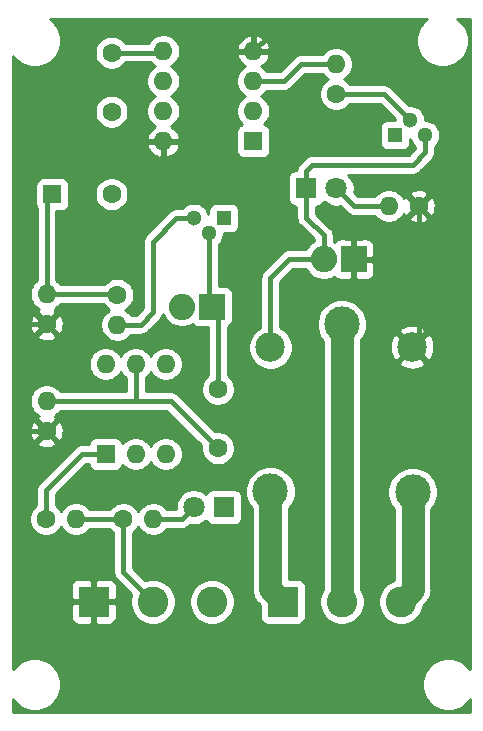
<source format=gbr>
G04 #@! TF.GenerationSoftware,KiCad,Pcbnew,(5.1.9)-1*
G04 #@! TF.CreationDate,2023-10-15T15:57:16+02:00*
G04 #@! TF.ProjectId,Stop if crash,53746f70-2069-4662-9063-726173682e6b,rev?*
G04 #@! TF.SameCoordinates,Original*
G04 #@! TF.FileFunction,Copper,L1,Top*
G04 #@! TF.FilePolarity,Positive*
%FSLAX46Y46*%
G04 Gerber Fmt 4.6, Leading zero omitted, Abs format (unit mm)*
G04 Created by KiCad (PCBNEW (5.1.9)-1) date 2023-10-15 15:57:16*
%MOMM*%
%LPD*%
G01*
G04 APERTURE LIST*
G04 #@! TA.AperFunction,ComponentPad*
%ADD10C,3.000000*%
G04 #@! TD*
G04 #@! TA.AperFunction,ComponentPad*
%ADD11C,2.500000*%
G04 #@! TD*
G04 #@! TA.AperFunction,ComponentPad*
%ADD12O,1.600000X1.600000*%
G04 #@! TD*
G04 #@! TA.AperFunction,ComponentPad*
%ADD13R,1.600000X1.600000*%
G04 #@! TD*
G04 #@! TA.AperFunction,ComponentPad*
%ADD14C,1.600000*%
G04 #@! TD*
G04 #@! TA.AperFunction,ComponentPad*
%ADD15R,1.300000X1.300000*%
G04 #@! TD*
G04 #@! TA.AperFunction,ComponentPad*
%ADD16C,1.300000*%
G04 #@! TD*
G04 #@! TA.AperFunction,ComponentPad*
%ADD17C,2.600000*%
G04 #@! TD*
G04 #@! TA.AperFunction,ComponentPad*
%ADD18R,2.600000X2.600000*%
G04 #@! TD*
G04 #@! TA.AperFunction,ComponentPad*
%ADD19C,1.800000*%
G04 #@! TD*
G04 #@! TA.AperFunction,ComponentPad*
%ADD20R,1.800000X1.800000*%
G04 #@! TD*
G04 #@! TA.AperFunction,ComponentPad*
%ADD21O,2.240000X2.240000*%
G04 #@! TD*
G04 #@! TA.AperFunction,ComponentPad*
%ADD22R,2.240000X2.240000*%
G04 #@! TD*
G04 #@! TA.AperFunction,Conductor*
%ADD23C,0.406400*%
G04 #@! TD*
G04 #@! TA.AperFunction,Conductor*
%ADD24C,0.250000*%
G04 #@! TD*
G04 #@! TA.AperFunction,Conductor*
%ADD25C,1.905000*%
G04 #@! TD*
G04 #@! TA.AperFunction,Conductor*
%ADD26C,0.254000*%
G04 #@! TD*
G04 #@! TA.AperFunction,Conductor*
%ADD27C,0.100000*%
G04 #@! TD*
G04 APERTURE END LIST*
D10*
X181500000Y-87500000D03*
D11*
X187450000Y-89450000D03*
D10*
X187500000Y-101700000D03*
X175450000Y-101650000D03*
D11*
X175450000Y-89450000D03*
D12*
X161500000Y-90880000D03*
X166580000Y-98500000D03*
X164040000Y-90880000D03*
X164040000Y-98500000D03*
X166580000Y-90880000D03*
D13*
X161500000Y-98500000D03*
D12*
X166380000Y-72000000D03*
X174000000Y-64380000D03*
X166380000Y-69460000D03*
X174000000Y-66920000D03*
X166380000Y-66920000D03*
X174000000Y-69460000D03*
X166380000Y-64380000D03*
D13*
X174000000Y-72000000D03*
D12*
X181000000Y-65460000D03*
D14*
X181000000Y-68000000D03*
D12*
X165540000Y-104000000D03*
D14*
X163000000Y-104000000D03*
D12*
X159000000Y-104000000D03*
D14*
X156460000Y-104000000D03*
D12*
X162500000Y-87540000D03*
D14*
X162500000Y-85000000D03*
D12*
X156500000Y-94000000D03*
D14*
X156500000Y-96540000D03*
D12*
X185460000Y-77500000D03*
D14*
X188000000Y-77500000D03*
D12*
X156500000Y-84960000D03*
D14*
X156500000Y-87500000D03*
D15*
X186000000Y-71500000D03*
D16*
X188540000Y-71500000D03*
X187270000Y-70230000D03*
D15*
X171500000Y-78500000D03*
D16*
X168960000Y-78500000D03*
X170230000Y-79770000D03*
D17*
X186500000Y-111000000D03*
X181500000Y-111000000D03*
D18*
X176500000Y-111000000D03*
D17*
X170500000Y-111000000D03*
X165500000Y-111000000D03*
D18*
X160500000Y-111000000D03*
D19*
X168960000Y-103000000D03*
D20*
X171500000Y-103000000D03*
D21*
X167960000Y-86000000D03*
D22*
X170500000Y-86000000D03*
D19*
X181040000Y-76000000D03*
D20*
X178500000Y-76000000D03*
D21*
X179960000Y-82000000D03*
D22*
X182500000Y-82000000D03*
D14*
X162000000Y-69500000D03*
X162000000Y-64500000D03*
X162000000Y-76500000D03*
D13*
X157000000Y-76500000D03*
D14*
X171000000Y-98000000D03*
X171000000Y-93000000D03*
D23*
X167000000Y-94000000D02*
X171000000Y-98000000D01*
X164040000Y-93960000D02*
X164000000Y-94000000D01*
X164040000Y-90880000D02*
X164040000Y-93960000D01*
X164000000Y-94000000D02*
X167000000Y-94000000D01*
X156500000Y-94000000D02*
X164000000Y-94000000D01*
X171000000Y-86500000D02*
X170500000Y-86000000D01*
X171000000Y-93000000D02*
X171000000Y-86500000D01*
X170230000Y-85730000D02*
X170500000Y-86000000D01*
X170230000Y-79770000D02*
X170230000Y-85730000D01*
D24*
X162000000Y-76500000D02*
X162000000Y-76000000D01*
D23*
X174500000Y-71500000D02*
X174000000Y-72000000D01*
X162460000Y-84960000D02*
X162500000Y-85000000D01*
X156500000Y-84960000D02*
X162460000Y-84960000D01*
X156500000Y-77000000D02*
X157000000Y-76500000D01*
X156500000Y-84960000D02*
X156500000Y-77000000D01*
X166260000Y-64500000D02*
X166380000Y-64380000D01*
X162000000Y-64500000D02*
X166260000Y-64500000D01*
X175450000Y-89450000D02*
X175450000Y-83550000D01*
X177000000Y-82000000D02*
X179960000Y-82000000D01*
X175450000Y-83550000D02*
X177000000Y-82000000D01*
X179960000Y-82000000D02*
X179960000Y-79960000D01*
X178500000Y-78500000D02*
X178500000Y-76000000D01*
X179960000Y-79960000D02*
X178500000Y-78500000D01*
X178500000Y-76000000D02*
X178500000Y-74500000D01*
X178500000Y-74500000D02*
X179000000Y-74000000D01*
X179000000Y-74000000D02*
X187500000Y-74000000D01*
X188540000Y-72960000D02*
X188540000Y-71500000D01*
X187500000Y-74000000D02*
X188540000Y-72960000D01*
X160500000Y-111000000D02*
X156000000Y-111000000D01*
X156000000Y-111000000D02*
X154500000Y-109500000D01*
X154540000Y-96540000D02*
X154500000Y-96500000D01*
X156500000Y-96540000D02*
X154540000Y-96540000D01*
X154500000Y-109500000D02*
X154500000Y-96500000D01*
X154500000Y-72000000D02*
X166380000Y-72000000D01*
X154500000Y-96500000D02*
X154500000Y-72000000D01*
X156500000Y-87500000D02*
X154500000Y-87500000D01*
X166380000Y-72000000D02*
X168000000Y-72000000D01*
X168000000Y-72000000D02*
X170000000Y-70000000D01*
X170000000Y-70000000D02*
X170000000Y-65500000D01*
X171120000Y-64380000D02*
X174000000Y-64380000D01*
X170000000Y-65500000D02*
X171120000Y-64380000D01*
X174000000Y-64380000D02*
X175380000Y-63000000D01*
X175380000Y-63000000D02*
X183000000Y-63000000D01*
X183000000Y-63000000D02*
X190500000Y-70500000D01*
X190500000Y-75000000D02*
X188000000Y-77500000D01*
X190500000Y-70500000D02*
X190500000Y-75000000D01*
X188000000Y-88900000D02*
X187450000Y-89450000D01*
X182500000Y-82000000D02*
X187500000Y-82000000D01*
X188000000Y-82500000D02*
X188000000Y-88900000D01*
X187500000Y-82000000D02*
X188000000Y-82500000D01*
X188000000Y-77500000D02*
X188000000Y-82500000D01*
X181040000Y-76000000D02*
X182540000Y-77500000D01*
X182540000Y-77500000D02*
X185460000Y-77500000D01*
X167960000Y-104000000D02*
X168960000Y-103000000D01*
X165540000Y-104000000D02*
X167960000Y-104000000D01*
X165500000Y-111000000D02*
X163000000Y-108500000D01*
X163000000Y-108500000D02*
X163000000Y-104000000D01*
X163000000Y-104000000D02*
X159000000Y-104000000D01*
D25*
X187500000Y-110000000D02*
X186500000Y-111000000D01*
X187500000Y-101700000D02*
X187500000Y-110000000D01*
X181500000Y-111000000D02*
X181500000Y-87500000D01*
X175450000Y-109950000D02*
X176500000Y-111000000D01*
X175450000Y-101650000D02*
X175450000Y-109950000D01*
D23*
X162500000Y-87540000D02*
X164460000Y-87540000D01*
X164460000Y-87540000D02*
X165500000Y-86500000D01*
X165500000Y-86500000D02*
X165500000Y-80500000D01*
X167500000Y-78500000D02*
X168960000Y-78500000D01*
X165500000Y-80500000D02*
X167500000Y-78500000D01*
X185040000Y-68000000D02*
X187270000Y-70230000D01*
X181000000Y-68000000D02*
X185040000Y-68000000D01*
X161500000Y-98500000D02*
X159500000Y-98500000D01*
X156460000Y-101540000D02*
X156460000Y-104000000D01*
X159500000Y-98500000D02*
X156460000Y-101540000D01*
X174000000Y-66920000D02*
X176580000Y-66920000D01*
X178040000Y-65460000D02*
X181000000Y-65460000D01*
X176580000Y-66920000D02*
X178040000Y-65460000D01*
D26*
X188575271Y-61763962D02*
X188263962Y-62075271D01*
X188019369Y-62441331D01*
X187850890Y-62848075D01*
X187765000Y-63279872D01*
X187765000Y-63720128D01*
X187850890Y-64151925D01*
X188019369Y-64558669D01*
X188263962Y-64924729D01*
X188575271Y-65236038D01*
X188941331Y-65480631D01*
X189348075Y-65649110D01*
X189779872Y-65735000D01*
X190220128Y-65735000D01*
X190651925Y-65649110D01*
X191058669Y-65480631D01*
X191424729Y-65236038D01*
X191736038Y-64924729D01*
X191980631Y-64558669D01*
X192149110Y-64151925D01*
X192235000Y-63720128D01*
X192235000Y-63279872D01*
X192149110Y-62848075D01*
X191980631Y-62441331D01*
X191736038Y-62075271D01*
X191424729Y-61763962D01*
X191269139Y-61660000D01*
X192340001Y-61660000D01*
X192340000Y-116730862D01*
X192236038Y-116575271D01*
X191924729Y-116263962D01*
X191558669Y-116019369D01*
X191151925Y-115850890D01*
X190720128Y-115765000D01*
X190279872Y-115765000D01*
X189848075Y-115850890D01*
X189441331Y-116019369D01*
X189075271Y-116263962D01*
X188763962Y-116575271D01*
X188519369Y-116941331D01*
X188350890Y-117348075D01*
X188265000Y-117779872D01*
X188265000Y-118220128D01*
X188350890Y-118651925D01*
X188519369Y-119058669D01*
X188763962Y-119424729D01*
X189075271Y-119736038D01*
X189441331Y-119980631D01*
X189848075Y-120149110D01*
X190279872Y-120235000D01*
X190720128Y-120235000D01*
X191151925Y-120149110D01*
X191558669Y-119980631D01*
X191924729Y-119736038D01*
X192236038Y-119424729D01*
X192340000Y-119269139D01*
X192340000Y-120340000D01*
X153660000Y-120340000D01*
X153660000Y-119269139D01*
X153763962Y-119424729D01*
X154075271Y-119736038D01*
X154441331Y-119980631D01*
X154848075Y-120149110D01*
X155279872Y-120235000D01*
X155720128Y-120235000D01*
X156151925Y-120149110D01*
X156558669Y-119980631D01*
X156924729Y-119736038D01*
X157236038Y-119424729D01*
X157480631Y-119058669D01*
X157649110Y-118651925D01*
X157735000Y-118220128D01*
X157735000Y-117779872D01*
X157649110Y-117348075D01*
X157480631Y-116941331D01*
X157236038Y-116575271D01*
X156924729Y-116263962D01*
X156558669Y-116019369D01*
X156151925Y-115850890D01*
X155720128Y-115765000D01*
X155279872Y-115765000D01*
X154848075Y-115850890D01*
X154441331Y-116019369D01*
X154075271Y-116263962D01*
X153763962Y-116575271D01*
X153660000Y-116730861D01*
X153660000Y-112300000D01*
X158561928Y-112300000D01*
X158574188Y-112424482D01*
X158610498Y-112544180D01*
X158669463Y-112654494D01*
X158748815Y-112751185D01*
X158845506Y-112830537D01*
X158955820Y-112889502D01*
X159075518Y-112925812D01*
X159200000Y-112938072D01*
X160214250Y-112935000D01*
X160373000Y-112776250D01*
X160373000Y-111127000D01*
X160627000Y-111127000D01*
X160627000Y-112776250D01*
X160785750Y-112935000D01*
X161800000Y-112938072D01*
X161924482Y-112925812D01*
X162044180Y-112889502D01*
X162154494Y-112830537D01*
X162251185Y-112751185D01*
X162330537Y-112654494D01*
X162389502Y-112544180D01*
X162425812Y-112424482D01*
X162438072Y-112300000D01*
X162435000Y-111285750D01*
X162276250Y-111127000D01*
X160627000Y-111127000D01*
X160373000Y-111127000D01*
X158723750Y-111127000D01*
X158565000Y-111285750D01*
X158561928Y-112300000D01*
X153660000Y-112300000D01*
X153660000Y-109700000D01*
X158561928Y-109700000D01*
X158565000Y-110714250D01*
X158723750Y-110873000D01*
X160373000Y-110873000D01*
X160373000Y-109223750D01*
X160627000Y-109223750D01*
X160627000Y-110873000D01*
X162276250Y-110873000D01*
X162435000Y-110714250D01*
X162438072Y-109700000D01*
X162425812Y-109575518D01*
X162389502Y-109455820D01*
X162330537Y-109345506D01*
X162251185Y-109248815D01*
X162154494Y-109169463D01*
X162044180Y-109110498D01*
X161924482Y-109074188D01*
X161800000Y-109061928D01*
X160785750Y-109065000D01*
X160627000Y-109223750D01*
X160373000Y-109223750D01*
X160214250Y-109065000D01*
X159200000Y-109061928D01*
X159075518Y-109074188D01*
X158955820Y-109110498D01*
X158845506Y-109169463D01*
X158748815Y-109248815D01*
X158669463Y-109345506D01*
X158610498Y-109455820D01*
X158574188Y-109575518D01*
X158561928Y-109700000D01*
X153660000Y-109700000D01*
X153660000Y-103858665D01*
X155025000Y-103858665D01*
X155025000Y-104141335D01*
X155080147Y-104418574D01*
X155188320Y-104679727D01*
X155345363Y-104914759D01*
X155545241Y-105114637D01*
X155780273Y-105271680D01*
X156041426Y-105379853D01*
X156318665Y-105435000D01*
X156601335Y-105435000D01*
X156878574Y-105379853D01*
X157139727Y-105271680D01*
X157374759Y-105114637D01*
X157574637Y-104914759D01*
X157730000Y-104682241D01*
X157885363Y-104914759D01*
X158085241Y-105114637D01*
X158320273Y-105271680D01*
X158581426Y-105379853D01*
X158858665Y-105435000D01*
X159141335Y-105435000D01*
X159418574Y-105379853D01*
X159679727Y-105271680D01*
X159914759Y-105114637D01*
X160114637Y-104914759D01*
X160165792Y-104838200D01*
X161834208Y-104838200D01*
X161885363Y-104914759D01*
X162085241Y-105114637D01*
X162161801Y-105165792D01*
X162161800Y-108458837D01*
X162157746Y-108500000D01*
X162161800Y-108541163D01*
X162161800Y-108541169D01*
X162173929Y-108664315D01*
X162221858Y-108822316D01*
X162299691Y-108967931D01*
X162404436Y-109095564D01*
X162436418Y-109121811D01*
X163671821Y-110357215D01*
X163639361Y-110435581D01*
X163565000Y-110809419D01*
X163565000Y-111190581D01*
X163639361Y-111564419D01*
X163785225Y-111916566D01*
X163996987Y-112233491D01*
X164266509Y-112503013D01*
X164583434Y-112714775D01*
X164935581Y-112860639D01*
X165309419Y-112935000D01*
X165690581Y-112935000D01*
X166064419Y-112860639D01*
X166416566Y-112714775D01*
X166733491Y-112503013D01*
X167003013Y-112233491D01*
X167214775Y-111916566D01*
X167360639Y-111564419D01*
X167435000Y-111190581D01*
X167435000Y-110809419D01*
X168565000Y-110809419D01*
X168565000Y-111190581D01*
X168639361Y-111564419D01*
X168785225Y-111916566D01*
X168996987Y-112233491D01*
X169266509Y-112503013D01*
X169583434Y-112714775D01*
X169935581Y-112860639D01*
X170309419Y-112935000D01*
X170690581Y-112935000D01*
X171064419Y-112860639D01*
X171416566Y-112714775D01*
X171733491Y-112503013D01*
X172003013Y-112233491D01*
X172214775Y-111916566D01*
X172360639Y-111564419D01*
X172435000Y-111190581D01*
X172435000Y-110809419D01*
X172360639Y-110435581D01*
X172214775Y-110083434D01*
X172003013Y-109766509D01*
X171733491Y-109496987D01*
X171416566Y-109285225D01*
X171064419Y-109139361D01*
X170690581Y-109065000D01*
X170309419Y-109065000D01*
X169935581Y-109139361D01*
X169583434Y-109285225D01*
X169266509Y-109496987D01*
X168996987Y-109766509D01*
X168785225Y-110083434D01*
X168639361Y-110435581D01*
X168565000Y-110809419D01*
X167435000Y-110809419D01*
X167360639Y-110435581D01*
X167214775Y-110083434D01*
X167003013Y-109766509D01*
X166733491Y-109496987D01*
X166416566Y-109285225D01*
X166064419Y-109139361D01*
X165690581Y-109065000D01*
X165309419Y-109065000D01*
X164935581Y-109139361D01*
X164857215Y-109171821D01*
X163838200Y-108152807D01*
X163838200Y-105165792D01*
X163914759Y-105114637D01*
X164114637Y-104914759D01*
X164270000Y-104682241D01*
X164425363Y-104914759D01*
X164625241Y-105114637D01*
X164860273Y-105271680D01*
X165121426Y-105379853D01*
X165398665Y-105435000D01*
X165681335Y-105435000D01*
X165958574Y-105379853D01*
X166219727Y-105271680D01*
X166454759Y-105114637D01*
X166654637Y-104914759D01*
X166705792Y-104838200D01*
X167918837Y-104838200D01*
X167960000Y-104842254D01*
X168001163Y-104838200D01*
X168001170Y-104838200D01*
X168124316Y-104826071D01*
X168282317Y-104778142D01*
X168427932Y-104700309D01*
X168555564Y-104595564D01*
X168581811Y-104563582D01*
X168643313Y-104502080D01*
X168808816Y-104535000D01*
X169111184Y-104535000D01*
X169407743Y-104476011D01*
X169687095Y-104360299D01*
X169938505Y-104192312D01*
X170004944Y-104125873D01*
X170010498Y-104144180D01*
X170069463Y-104254494D01*
X170148815Y-104351185D01*
X170245506Y-104430537D01*
X170355820Y-104489502D01*
X170475518Y-104525812D01*
X170600000Y-104538072D01*
X172400000Y-104538072D01*
X172524482Y-104525812D01*
X172644180Y-104489502D01*
X172754494Y-104430537D01*
X172851185Y-104351185D01*
X172930537Y-104254494D01*
X172989502Y-104144180D01*
X173025812Y-104024482D01*
X173038072Y-103900000D01*
X173038072Y-102100000D01*
X173025812Y-101975518D01*
X172989502Y-101855820D01*
X172930537Y-101745506D01*
X172851185Y-101648815D01*
X172754494Y-101569463D01*
X172644180Y-101510498D01*
X172524482Y-101474188D01*
X172400000Y-101461928D01*
X170600000Y-101461928D01*
X170475518Y-101474188D01*
X170355820Y-101510498D01*
X170245506Y-101569463D01*
X170148815Y-101648815D01*
X170069463Y-101745506D01*
X170010498Y-101855820D01*
X170004944Y-101874127D01*
X169938505Y-101807688D01*
X169687095Y-101639701D01*
X169407743Y-101523989D01*
X169111184Y-101465000D01*
X168808816Y-101465000D01*
X168512257Y-101523989D01*
X168232905Y-101639701D01*
X167981495Y-101807688D01*
X167767688Y-102021495D01*
X167599701Y-102272905D01*
X167483989Y-102552257D01*
X167425000Y-102848816D01*
X167425000Y-103151184D01*
X167427112Y-103161800D01*
X166705792Y-103161800D01*
X166654637Y-103085241D01*
X166454759Y-102885363D01*
X166219727Y-102728320D01*
X165958574Y-102620147D01*
X165681335Y-102565000D01*
X165398665Y-102565000D01*
X165121426Y-102620147D01*
X164860273Y-102728320D01*
X164625241Y-102885363D01*
X164425363Y-103085241D01*
X164270000Y-103317759D01*
X164114637Y-103085241D01*
X163914759Y-102885363D01*
X163679727Y-102728320D01*
X163418574Y-102620147D01*
X163141335Y-102565000D01*
X162858665Y-102565000D01*
X162581426Y-102620147D01*
X162320273Y-102728320D01*
X162085241Y-102885363D01*
X161885363Y-103085241D01*
X161834208Y-103161800D01*
X160165792Y-103161800D01*
X160114637Y-103085241D01*
X159914759Y-102885363D01*
X159679727Y-102728320D01*
X159418574Y-102620147D01*
X159141335Y-102565000D01*
X158858665Y-102565000D01*
X158581426Y-102620147D01*
X158320273Y-102728320D01*
X158085241Y-102885363D01*
X157885363Y-103085241D01*
X157730000Y-103317759D01*
X157574637Y-103085241D01*
X157374759Y-102885363D01*
X157298200Y-102834208D01*
X157298200Y-101887193D01*
X157745672Y-101439721D01*
X173315000Y-101439721D01*
X173315000Y-101860279D01*
X173397047Y-102272756D01*
X173557988Y-102661302D01*
X173791637Y-103010983D01*
X173862500Y-103081846D01*
X173862501Y-109872011D01*
X173854820Y-109950000D01*
X173885470Y-110261204D01*
X173938620Y-110436414D01*
X173976246Y-110560449D01*
X174123656Y-110836235D01*
X174322038Y-111077963D01*
X174382612Y-111127675D01*
X174561928Y-111306991D01*
X174561928Y-112300000D01*
X174574188Y-112424482D01*
X174610498Y-112544180D01*
X174669463Y-112654494D01*
X174748815Y-112751185D01*
X174845506Y-112830537D01*
X174955820Y-112889502D01*
X175075518Y-112925812D01*
X175200000Y-112938072D01*
X177800000Y-112938072D01*
X177924482Y-112925812D01*
X178044180Y-112889502D01*
X178154494Y-112830537D01*
X178251185Y-112751185D01*
X178330537Y-112654494D01*
X178389502Y-112544180D01*
X178425812Y-112424482D01*
X178438072Y-112300000D01*
X178438072Y-109700000D01*
X178425812Y-109575518D01*
X178389502Y-109455820D01*
X178330537Y-109345506D01*
X178251185Y-109248815D01*
X178154494Y-109169463D01*
X178044180Y-109110498D01*
X177924482Y-109074188D01*
X177800000Y-109061928D01*
X177037500Y-109061928D01*
X177037500Y-103081846D01*
X177108363Y-103010983D01*
X177342012Y-102661302D01*
X177502953Y-102272756D01*
X177585000Y-101860279D01*
X177585000Y-101439721D01*
X177502953Y-101027244D01*
X177342012Y-100638698D01*
X177108363Y-100289017D01*
X176810983Y-99991637D01*
X176461302Y-99757988D01*
X176072756Y-99597047D01*
X175660279Y-99515000D01*
X175239721Y-99515000D01*
X174827244Y-99597047D01*
X174438698Y-99757988D01*
X174089017Y-99991637D01*
X173791637Y-100289017D01*
X173557988Y-100638698D01*
X173397047Y-101027244D01*
X173315000Y-101439721D01*
X157745672Y-101439721D01*
X159847194Y-99338200D01*
X160065690Y-99338200D01*
X160074188Y-99424482D01*
X160110498Y-99544180D01*
X160169463Y-99654494D01*
X160248815Y-99751185D01*
X160345506Y-99830537D01*
X160455820Y-99889502D01*
X160575518Y-99925812D01*
X160700000Y-99938072D01*
X162300000Y-99938072D01*
X162424482Y-99925812D01*
X162544180Y-99889502D01*
X162654494Y-99830537D01*
X162751185Y-99751185D01*
X162830537Y-99654494D01*
X162889502Y-99544180D01*
X162925812Y-99424482D01*
X162926643Y-99416039D01*
X163125241Y-99614637D01*
X163360273Y-99771680D01*
X163621426Y-99879853D01*
X163898665Y-99935000D01*
X164181335Y-99935000D01*
X164458574Y-99879853D01*
X164719727Y-99771680D01*
X164954759Y-99614637D01*
X165154637Y-99414759D01*
X165310000Y-99182241D01*
X165465363Y-99414759D01*
X165665241Y-99614637D01*
X165900273Y-99771680D01*
X166161426Y-99879853D01*
X166438665Y-99935000D01*
X166721335Y-99935000D01*
X166998574Y-99879853D01*
X167259727Y-99771680D01*
X167494759Y-99614637D01*
X167694637Y-99414759D01*
X167851680Y-99179727D01*
X167959853Y-98918574D01*
X168015000Y-98641335D01*
X168015000Y-98358665D01*
X167959853Y-98081426D01*
X167851680Y-97820273D01*
X167694637Y-97585241D01*
X167494759Y-97385363D01*
X167259727Y-97228320D01*
X166998574Y-97120147D01*
X166721335Y-97065000D01*
X166438665Y-97065000D01*
X166161426Y-97120147D01*
X165900273Y-97228320D01*
X165665241Y-97385363D01*
X165465363Y-97585241D01*
X165310000Y-97817759D01*
X165154637Y-97585241D01*
X164954759Y-97385363D01*
X164719727Y-97228320D01*
X164458574Y-97120147D01*
X164181335Y-97065000D01*
X163898665Y-97065000D01*
X163621426Y-97120147D01*
X163360273Y-97228320D01*
X163125241Y-97385363D01*
X162926643Y-97583961D01*
X162925812Y-97575518D01*
X162889502Y-97455820D01*
X162830537Y-97345506D01*
X162751185Y-97248815D01*
X162654494Y-97169463D01*
X162544180Y-97110498D01*
X162424482Y-97074188D01*
X162300000Y-97061928D01*
X160700000Y-97061928D01*
X160575518Y-97074188D01*
X160455820Y-97110498D01*
X160345506Y-97169463D01*
X160248815Y-97248815D01*
X160169463Y-97345506D01*
X160110498Y-97455820D01*
X160074188Y-97575518D01*
X160065690Y-97661800D01*
X159541159Y-97661800D01*
X159499999Y-97657746D01*
X159458839Y-97661800D01*
X159458830Y-97661800D01*
X159335684Y-97673929D01*
X159177683Y-97721858D01*
X159032068Y-97799691D01*
X158904436Y-97904436D01*
X158878194Y-97936412D01*
X155896418Y-100918189D01*
X155864436Y-100944436D01*
X155759691Y-101072069D01*
X155681858Y-101217684D01*
X155633929Y-101375685D01*
X155621800Y-101498831D01*
X155621800Y-101498837D01*
X155617746Y-101540000D01*
X155621800Y-101581163D01*
X155621801Y-102834208D01*
X155545241Y-102885363D01*
X155345363Y-103085241D01*
X155188320Y-103320273D01*
X155080147Y-103581426D01*
X155025000Y-103858665D01*
X153660000Y-103858665D01*
X153660000Y-97532702D01*
X155686903Y-97532702D01*
X155758486Y-97776671D01*
X156013996Y-97897571D01*
X156288184Y-97966300D01*
X156570512Y-97980217D01*
X156850130Y-97938787D01*
X157116292Y-97843603D01*
X157241514Y-97776671D01*
X157313097Y-97532702D01*
X156500000Y-96719605D01*
X155686903Y-97532702D01*
X153660000Y-97532702D01*
X153660000Y-96610512D01*
X155059783Y-96610512D01*
X155101213Y-96890130D01*
X155196397Y-97156292D01*
X155263329Y-97281514D01*
X155507298Y-97353097D01*
X156320395Y-96540000D01*
X156679605Y-96540000D01*
X157492702Y-97353097D01*
X157736671Y-97281514D01*
X157857571Y-97026004D01*
X157926300Y-96751816D01*
X157940217Y-96469488D01*
X157898787Y-96189870D01*
X157803603Y-95923708D01*
X157736671Y-95798486D01*
X157492702Y-95726903D01*
X156679605Y-96540000D01*
X156320395Y-96540000D01*
X155507298Y-95726903D01*
X155263329Y-95798486D01*
X155142429Y-96053996D01*
X155073700Y-96328184D01*
X155059783Y-96610512D01*
X153660000Y-96610512D01*
X153660000Y-93858665D01*
X155065000Y-93858665D01*
X155065000Y-94141335D01*
X155120147Y-94418574D01*
X155228320Y-94679727D01*
X155385363Y-94914759D01*
X155585241Y-95114637D01*
X155819128Y-95270915D01*
X155758486Y-95303329D01*
X155686903Y-95547298D01*
X156500000Y-96360395D01*
X157313097Y-95547298D01*
X157241514Y-95303329D01*
X157177008Y-95272806D01*
X157179727Y-95271680D01*
X157414759Y-95114637D01*
X157614637Y-94914759D01*
X157665792Y-94838200D01*
X163958837Y-94838200D01*
X164000000Y-94842254D01*
X164041163Y-94838200D01*
X166652807Y-94838200D01*
X169582964Y-97768357D01*
X169565000Y-97858665D01*
X169565000Y-98141335D01*
X169620147Y-98418574D01*
X169728320Y-98679727D01*
X169885363Y-98914759D01*
X170085241Y-99114637D01*
X170320273Y-99271680D01*
X170581426Y-99379853D01*
X170858665Y-99435000D01*
X171141335Y-99435000D01*
X171418574Y-99379853D01*
X171679727Y-99271680D01*
X171914759Y-99114637D01*
X172114637Y-98914759D01*
X172271680Y-98679727D01*
X172379853Y-98418574D01*
X172435000Y-98141335D01*
X172435000Y-97858665D01*
X172379853Y-97581426D01*
X172271680Y-97320273D01*
X172114637Y-97085241D01*
X171914759Y-96885363D01*
X171679727Y-96728320D01*
X171418574Y-96620147D01*
X171141335Y-96565000D01*
X170858665Y-96565000D01*
X170768357Y-96582964D01*
X167621811Y-93436418D01*
X167595564Y-93404436D01*
X167467932Y-93299691D01*
X167322317Y-93221858D01*
X167164316Y-93173929D01*
X167041170Y-93161800D01*
X167041163Y-93161800D01*
X167000000Y-93157746D01*
X166958837Y-93161800D01*
X164878200Y-93161800D01*
X164878200Y-92045792D01*
X164954759Y-91994637D01*
X165154637Y-91794759D01*
X165310000Y-91562241D01*
X165465363Y-91794759D01*
X165665241Y-91994637D01*
X165900273Y-92151680D01*
X166161426Y-92259853D01*
X166438665Y-92315000D01*
X166721335Y-92315000D01*
X166998574Y-92259853D01*
X167259727Y-92151680D01*
X167494759Y-91994637D01*
X167694637Y-91794759D01*
X167851680Y-91559727D01*
X167959853Y-91298574D01*
X168015000Y-91021335D01*
X168015000Y-90738665D01*
X167959853Y-90461426D01*
X167851680Y-90200273D01*
X167694637Y-89965241D01*
X167494759Y-89765363D01*
X167259727Y-89608320D01*
X166998574Y-89500147D01*
X166721335Y-89445000D01*
X166438665Y-89445000D01*
X166161426Y-89500147D01*
X165900273Y-89608320D01*
X165665241Y-89765363D01*
X165465363Y-89965241D01*
X165310000Y-90197759D01*
X165154637Y-89965241D01*
X164954759Y-89765363D01*
X164719727Y-89608320D01*
X164458574Y-89500147D01*
X164181335Y-89445000D01*
X163898665Y-89445000D01*
X163621426Y-89500147D01*
X163360273Y-89608320D01*
X163125241Y-89765363D01*
X162925363Y-89965241D01*
X162770000Y-90197759D01*
X162614637Y-89965241D01*
X162414759Y-89765363D01*
X162179727Y-89608320D01*
X161918574Y-89500147D01*
X161641335Y-89445000D01*
X161358665Y-89445000D01*
X161081426Y-89500147D01*
X160820273Y-89608320D01*
X160585241Y-89765363D01*
X160385363Y-89965241D01*
X160228320Y-90200273D01*
X160120147Y-90461426D01*
X160065000Y-90738665D01*
X160065000Y-91021335D01*
X160120147Y-91298574D01*
X160228320Y-91559727D01*
X160385363Y-91794759D01*
X160585241Y-91994637D01*
X160820273Y-92151680D01*
X161081426Y-92259853D01*
X161358665Y-92315000D01*
X161641335Y-92315000D01*
X161918574Y-92259853D01*
X162179727Y-92151680D01*
X162414759Y-91994637D01*
X162614637Y-91794759D01*
X162770000Y-91562241D01*
X162925363Y-91794759D01*
X163125241Y-91994637D01*
X163201800Y-92045792D01*
X163201801Y-93161800D01*
X157665792Y-93161800D01*
X157614637Y-93085241D01*
X157414759Y-92885363D01*
X157179727Y-92728320D01*
X156918574Y-92620147D01*
X156641335Y-92565000D01*
X156358665Y-92565000D01*
X156081426Y-92620147D01*
X155820273Y-92728320D01*
X155585241Y-92885363D01*
X155385363Y-93085241D01*
X155228320Y-93320273D01*
X155120147Y-93581426D01*
X155065000Y-93858665D01*
X153660000Y-93858665D01*
X153660000Y-88492702D01*
X155686903Y-88492702D01*
X155758486Y-88736671D01*
X156013996Y-88857571D01*
X156288184Y-88926300D01*
X156570512Y-88940217D01*
X156850130Y-88898787D01*
X157116292Y-88803603D01*
X157241514Y-88736671D01*
X157313097Y-88492702D01*
X156500000Y-87679605D01*
X155686903Y-88492702D01*
X153660000Y-88492702D01*
X153660000Y-87570512D01*
X155059783Y-87570512D01*
X155101213Y-87850130D01*
X155196397Y-88116292D01*
X155263329Y-88241514D01*
X155507298Y-88313097D01*
X156320395Y-87500000D01*
X156679605Y-87500000D01*
X157492702Y-88313097D01*
X157736671Y-88241514D01*
X157857571Y-87986004D01*
X157926300Y-87711816D01*
X157940217Y-87429488D01*
X157898787Y-87149870D01*
X157803603Y-86883708D01*
X157736671Y-86758486D01*
X157492702Y-86686903D01*
X156679605Y-87500000D01*
X156320395Y-87500000D01*
X155507298Y-86686903D01*
X155263329Y-86758486D01*
X155142429Y-87013996D01*
X155073700Y-87288184D01*
X155059783Y-87570512D01*
X153660000Y-87570512D01*
X153660000Y-84818665D01*
X155065000Y-84818665D01*
X155065000Y-85101335D01*
X155120147Y-85378574D01*
X155228320Y-85639727D01*
X155385363Y-85874759D01*
X155585241Y-86074637D01*
X155819128Y-86230915D01*
X155758486Y-86263329D01*
X155686903Y-86507298D01*
X156500000Y-87320395D01*
X157313097Y-86507298D01*
X157241514Y-86263329D01*
X157177008Y-86232806D01*
X157179727Y-86231680D01*
X157414759Y-86074637D01*
X157614637Y-85874759D01*
X157665792Y-85798200D01*
X161307481Y-85798200D01*
X161385363Y-85914759D01*
X161585241Y-86114637D01*
X161817759Y-86270000D01*
X161585241Y-86425363D01*
X161385363Y-86625241D01*
X161228320Y-86860273D01*
X161120147Y-87121426D01*
X161065000Y-87398665D01*
X161065000Y-87681335D01*
X161120147Y-87958574D01*
X161228320Y-88219727D01*
X161385363Y-88454759D01*
X161585241Y-88654637D01*
X161820273Y-88811680D01*
X162081426Y-88919853D01*
X162358665Y-88975000D01*
X162641335Y-88975000D01*
X162918574Y-88919853D01*
X163179727Y-88811680D01*
X163414759Y-88654637D01*
X163614637Y-88454759D01*
X163665792Y-88378200D01*
X164418837Y-88378200D01*
X164460000Y-88382254D01*
X164501163Y-88378200D01*
X164501170Y-88378200D01*
X164624316Y-88366071D01*
X164782317Y-88318142D01*
X164927932Y-88240309D01*
X165055564Y-88135564D01*
X165081811Y-88103582D01*
X166063589Y-87121805D01*
X166095564Y-87095564D01*
X166200309Y-86967932D01*
X166278142Y-86822317D01*
X166326071Y-86664316D01*
X166327896Y-86645789D01*
X166404739Y-86831304D01*
X166596802Y-87118747D01*
X166841253Y-87363198D01*
X167128696Y-87555261D01*
X167448085Y-87687557D01*
X167787148Y-87755000D01*
X168132852Y-87755000D01*
X168471915Y-87687557D01*
X168791304Y-87555261D01*
X168871675Y-87501559D01*
X168928815Y-87571185D01*
X169025506Y-87650537D01*
X169135820Y-87709502D01*
X169255518Y-87745812D01*
X169380000Y-87758072D01*
X170161801Y-87758072D01*
X170161800Y-91834208D01*
X170085241Y-91885363D01*
X169885363Y-92085241D01*
X169728320Y-92320273D01*
X169620147Y-92581426D01*
X169565000Y-92858665D01*
X169565000Y-93141335D01*
X169620147Y-93418574D01*
X169728320Y-93679727D01*
X169885363Y-93914759D01*
X170085241Y-94114637D01*
X170320273Y-94271680D01*
X170581426Y-94379853D01*
X170858665Y-94435000D01*
X171141335Y-94435000D01*
X171418574Y-94379853D01*
X171679727Y-94271680D01*
X171914759Y-94114637D01*
X172114637Y-93914759D01*
X172271680Y-93679727D01*
X172379853Y-93418574D01*
X172435000Y-93141335D01*
X172435000Y-92858665D01*
X172379853Y-92581426D01*
X172271680Y-92320273D01*
X172114637Y-92085241D01*
X171914759Y-91885363D01*
X171838200Y-91834208D01*
X171838200Y-87717383D01*
X171864180Y-87709502D01*
X171974494Y-87650537D01*
X172071185Y-87571185D01*
X172150537Y-87474494D01*
X172209502Y-87364180D01*
X172245812Y-87244482D01*
X172258072Y-87120000D01*
X172258072Y-84880000D01*
X172245812Y-84755518D01*
X172209502Y-84635820D01*
X172150537Y-84525506D01*
X172071185Y-84428815D01*
X171974494Y-84349463D01*
X171864180Y-84290498D01*
X171744482Y-84254188D01*
X171620000Y-84241928D01*
X171068200Y-84241928D01*
X171068200Y-80749065D01*
X171228125Y-80589140D01*
X171368753Y-80378676D01*
X171465619Y-80144821D01*
X171515000Y-79896561D01*
X171515000Y-79788072D01*
X172150000Y-79788072D01*
X172274482Y-79775812D01*
X172394180Y-79739502D01*
X172504494Y-79680537D01*
X172601185Y-79601185D01*
X172680537Y-79504494D01*
X172739502Y-79394180D01*
X172775812Y-79274482D01*
X172788072Y-79150000D01*
X172788072Y-77850000D01*
X172775812Y-77725518D01*
X172739502Y-77605820D01*
X172680537Y-77495506D01*
X172601185Y-77398815D01*
X172504494Y-77319463D01*
X172394180Y-77260498D01*
X172274482Y-77224188D01*
X172150000Y-77211928D01*
X170850000Y-77211928D01*
X170725518Y-77224188D01*
X170605820Y-77260498D01*
X170495506Y-77319463D01*
X170398815Y-77398815D01*
X170319463Y-77495506D01*
X170260498Y-77605820D01*
X170224188Y-77725518D01*
X170211928Y-77850000D01*
X170211928Y-78207172D01*
X170195619Y-78125179D01*
X170098753Y-77891324D01*
X169958125Y-77680860D01*
X169779140Y-77501875D01*
X169568676Y-77361247D01*
X169334821Y-77264381D01*
X169086561Y-77215000D01*
X168833439Y-77215000D01*
X168585179Y-77264381D01*
X168351324Y-77361247D01*
X168140860Y-77501875D01*
X167980935Y-77661800D01*
X167541162Y-77661800D01*
X167499999Y-77657746D01*
X167458836Y-77661800D01*
X167458830Y-77661800D01*
X167335684Y-77673929D01*
X167177683Y-77721858D01*
X167032068Y-77799691D01*
X166904436Y-77904436D01*
X166878194Y-77936412D01*
X164936413Y-79878194D01*
X164904437Y-79904436D01*
X164878195Y-79936412D01*
X164878192Y-79936415D01*
X164799691Y-80032069D01*
X164721858Y-80177684D01*
X164673929Y-80335685D01*
X164657746Y-80500000D01*
X164661801Y-80541173D01*
X164661800Y-86152806D01*
X164112807Y-86701800D01*
X163665792Y-86701800D01*
X163614637Y-86625241D01*
X163414759Y-86425363D01*
X163182241Y-86270000D01*
X163414759Y-86114637D01*
X163614637Y-85914759D01*
X163771680Y-85679727D01*
X163879853Y-85418574D01*
X163935000Y-85141335D01*
X163935000Y-84858665D01*
X163879853Y-84581426D01*
X163771680Y-84320273D01*
X163614637Y-84085241D01*
X163414759Y-83885363D01*
X163179727Y-83728320D01*
X162918574Y-83620147D01*
X162641335Y-83565000D01*
X162358665Y-83565000D01*
X162081426Y-83620147D01*
X161820273Y-83728320D01*
X161585241Y-83885363D01*
X161385363Y-84085241D01*
X161360935Y-84121800D01*
X157665792Y-84121800D01*
X157614637Y-84045241D01*
X157414759Y-83845363D01*
X157338200Y-83794208D01*
X157338200Y-77938072D01*
X157800000Y-77938072D01*
X157924482Y-77925812D01*
X158044180Y-77889502D01*
X158154494Y-77830537D01*
X158251185Y-77751185D01*
X158330537Y-77654494D01*
X158389502Y-77544180D01*
X158425812Y-77424482D01*
X158438072Y-77300000D01*
X158438072Y-76358665D01*
X160565000Y-76358665D01*
X160565000Y-76641335D01*
X160620147Y-76918574D01*
X160728320Y-77179727D01*
X160885363Y-77414759D01*
X161085241Y-77614637D01*
X161320273Y-77771680D01*
X161581426Y-77879853D01*
X161858665Y-77935000D01*
X162141335Y-77935000D01*
X162418574Y-77879853D01*
X162679727Y-77771680D01*
X162914759Y-77614637D01*
X163114637Y-77414759D01*
X163271680Y-77179727D01*
X163379853Y-76918574D01*
X163435000Y-76641335D01*
X163435000Y-76358665D01*
X163379853Y-76081426D01*
X163271680Y-75820273D01*
X163114637Y-75585241D01*
X162914759Y-75385363D01*
X162679727Y-75228320D01*
X162418574Y-75120147D01*
X162141335Y-75065000D01*
X161858665Y-75065000D01*
X161581426Y-75120147D01*
X161320273Y-75228320D01*
X161085241Y-75385363D01*
X160885363Y-75585241D01*
X160728320Y-75820273D01*
X160620147Y-76081426D01*
X160565000Y-76358665D01*
X158438072Y-76358665D01*
X158438072Y-75700000D01*
X158425812Y-75575518D01*
X158389502Y-75455820D01*
X158330537Y-75345506D01*
X158251185Y-75248815D01*
X158154494Y-75169463D01*
X158044180Y-75110498D01*
X157924482Y-75074188D01*
X157800000Y-75061928D01*
X156200000Y-75061928D01*
X156075518Y-75074188D01*
X155955820Y-75110498D01*
X155845506Y-75169463D01*
X155748815Y-75248815D01*
X155669463Y-75345506D01*
X155610498Y-75455820D01*
X155574188Y-75575518D01*
X155561928Y-75700000D01*
X155561928Y-77300000D01*
X155574188Y-77424482D01*
X155610498Y-77544180D01*
X155661801Y-77640159D01*
X155661800Y-83794208D01*
X155585241Y-83845363D01*
X155385363Y-84045241D01*
X155228320Y-84280273D01*
X155120147Y-84541426D01*
X155065000Y-84818665D01*
X153660000Y-84818665D01*
X153660000Y-72349039D01*
X164988096Y-72349039D01*
X165028754Y-72483087D01*
X165148963Y-72737420D01*
X165316481Y-72963414D01*
X165524869Y-73152385D01*
X165766119Y-73297070D01*
X166030960Y-73391909D01*
X166253000Y-73270624D01*
X166253000Y-72127000D01*
X166507000Y-72127000D01*
X166507000Y-73270624D01*
X166729040Y-73391909D01*
X166993881Y-73297070D01*
X167235131Y-73152385D01*
X167443519Y-72963414D01*
X167611037Y-72737420D01*
X167731246Y-72483087D01*
X167771904Y-72349039D01*
X167649915Y-72127000D01*
X166507000Y-72127000D01*
X166253000Y-72127000D01*
X165110085Y-72127000D01*
X164988096Y-72349039D01*
X153660000Y-72349039D01*
X153660000Y-69358665D01*
X160565000Y-69358665D01*
X160565000Y-69641335D01*
X160620147Y-69918574D01*
X160728320Y-70179727D01*
X160885363Y-70414759D01*
X161085241Y-70614637D01*
X161320273Y-70771680D01*
X161581426Y-70879853D01*
X161858665Y-70935000D01*
X162141335Y-70935000D01*
X162418574Y-70879853D01*
X162679727Y-70771680D01*
X162914759Y-70614637D01*
X163114637Y-70414759D01*
X163271680Y-70179727D01*
X163379853Y-69918574D01*
X163435000Y-69641335D01*
X163435000Y-69358665D01*
X163379853Y-69081426D01*
X163271680Y-68820273D01*
X163114637Y-68585241D01*
X162914759Y-68385363D01*
X162679727Y-68228320D01*
X162418574Y-68120147D01*
X162141335Y-68065000D01*
X161858665Y-68065000D01*
X161581426Y-68120147D01*
X161320273Y-68228320D01*
X161085241Y-68385363D01*
X160885363Y-68585241D01*
X160728320Y-68820273D01*
X160620147Y-69081426D01*
X160565000Y-69358665D01*
X153660000Y-69358665D01*
X153660000Y-64769139D01*
X153763962Y-64924729D01*
X154075271Y-65236038D01*
X154441331Y-65480631D01*
X154848075Y-65649110D01*
X155279872Y-65735000D01*
X155720128Y-65735000D01*
X156151925Y-65649110D01*
X156558669Y-65480631D01*
X156924729Y-65236038D01*
X157236038Y-64924729D01*
X157480631Y-64558669D01*
X157563475Y-64358665D01*
X160565000Y-64358665D01*
X160565000Y-64641335D01*
X160620147Y-64918574D01*
X160728320Y-65179727D01*
X160885363Y-65414759D01*
X161085241Y-65614637D01*
X161320273Y-65771680D01*
X161581426Y-65879853D01*
X161858665Y-65935000D01*
X162141335Y-65935000D01*
X162418574Y-65879853D01*
X162679727Y-65771680D01*
X162914759Y-65614637D01*
X163114637Y-65414759D01*
X163165792Y-65338200D01*
X165308804Y-65338200D01*
X165465241Y-65494637D01*
X165697759Y-65650000D01*
X165465241Y-65805363D01*
X165265363Y-66005241D01*
X165108320Y-66240273D01*
X165000147Y-66501426D01*
X164945000Y-66778665D01*
X164945000Y-67061335D01*
X165000147Y-67338574D01*
X165108320Y-67599727D01*
X165265363Y-67834759D01*
X165465241Y-68034637D01*
X165697759Y-68190000D01*
X165465241Y-68345363D01*
X165265363Y-68545241D01*
X165108320Y-68780273D01*
X165000147Y-69041426D01*
X164945000Y-69318665D01*
X164945000Y-69601335D01*
X165000147Y-69878574D01*
X165108320Y-70139727D01*
X165265363Y-70374759D01*
X165465241Y-70574637D01*
X165700273Y-70731680D01*
X165710865Y-70736067D01*
X165524869Y-70847615D01*
X165316481Y-71036586D01*
X165148963Y-71262580D01*
X165028754Y-71516913D01*
X164988096Y-71650961D01*
X165110085Y-71873000D01*
X166253000Y-71873000D01*
X166253000Y-71853000D01*
X166507000Y-71853000D01*
X166507000Y-71873000D01*
X167649915Y-71873000D01*
X167771904Y-71650961D01*
X167731246Y-71516913D01*
X167611037Y-71262580D01*
X167564650Y-71200000D01*
X172561928Y-71200000D01*
X172561928Y-72800000D01*
X172574188Y-72924482D01*
X172610498Y-73044180D01*
X172669463Y-73154494D01*
X172748815Y-73251185D01*
X172845506Y-73330537D01*
X172955820Y-73389502D01*
X173075518Y-73425812D01*
X173200000Y-73438072D01*
X174800000Y-73438072D01*
X174924482Y-73425812D01*
X175044180Y-73389502D01*
X175154494Y-73330537D01*
X175251185Y-73251185D01*
X175330537Y-73154494D01*
X175389502Y-73044180D01*
X175425812Y-72924482D01*
X175438072Y-72800000D01*
X175438072Y-71200000D01*
X175425812Y-71075518D01*
X175389502Y-70955820D01*
X175330537Y-70845506D01*
X175251185Y-70748815D01*
X175154494Y-70669463D01*
X175044180Y-70610498D01*
X174924482Y-70574188D01*
X174916039Y-70573357D01*
X175114637Y-70374759D01*
X175271680Y-70139727D01*
X175379853Y-69878574D01*
X175435000Y-69601335D01*
X175435000Y-69318665D01*
X175379853Y-69041426D01*
X175271680Y-68780273D01*
X175114637Y-68545241D01*
X174914759Y-68345363D01*
X174682241Y-68190000D01*
X174914759Y-68034637D01*
X175114637Y-67834759D01*
X175165792Y-67758200D01*
X176538837Y-67758200D01*
X176580000Y-67762254D01*
X176621163Y-67758200D01*
X176621170Y-67758200D01*
X176744316Y-67746071D01*
X176902317Y-67698142D01*
X177047932Y-67620309D01*
X177175564Y-67515564D01*
X177201811Y-67483582D01*
X178387194Y-66298200D01*
X179834208Y-66298200D01*
X179885363Y-66374759D01*
X180085241Y-66574637D01*
X180317759Y-66730000D01*
X180085241Y-66885363D01*
X179885363Y-67085241D01*
X179728320Y-67320273D01*
X179620147Y-67581426D01*
X179565000Y-67858665D01*
X179565000Y-68141335D01*
X179620147Y-68418574D01*
X179728320Y-68679727D01*
X179885363Y-68914759D01*
X180085241Y-69114637D01*
X180320273Y-69271680D01*
X180581426Y-69379853D01*
X180858665Y-69435000D01*
X181141335Y-69435000D01*
X181418574Y-69379853D01*
X181679727Y-69271680D01*
X181914759Y-69114637D01*
X182114637Y-68914759D01*
X182165792Y-68838200D01*
X184692807Y-68838200D01*
X185985000Y-70130394D01*
X185985000Y-70211928D01*
X185350000Y-70211928D01*
X185225518Y-70224188D01*
X185105820Y-70260498D01*
X184995506Y-70319463D01*
X184898815Y-70398815D01*
X184819463Y-70495506D01*
X184760498Y-70605820D01*
X184724188Y-70725518D01*
X184711928Y-70850000D01*
X184711928Y-72150000D01*
X184724188Y-72274482D01*
X184760498Y-72394180D01*
X184819463Y-72504494D01*
X184898815Y-72601185D01*
X184995506Y-72680537D01*
X185105820Y-72739502D01*
X185225518Y-72775812D01*
X185350000Y-72788072D01*
X186650000Y-72788072D01*
X186774482Y-72775812D01*
X186894180Y-72739502D01*
X187004494Y-72680537D01*
X187101185Y-72601185D01*
X187180537Y-72504494D01*
X187239502Y-72394180D01*
X187275812Y-72274482D01*
X187288072Y-72150000D01*
X187288072Y-71792828D01*
X187304381Y-71874821D01*
X187401247Y-72108676D01*
X187541875Y-72319140D01*
X187701800Y-72479065D01*
X187701800Y-72612806D01*
X187152807Y-73161800D01*
X179041163Y-73161800D01*
X179000000Y-73157746D01*
X178958837Y-73161800D01*
X178958830Y-73161800D01*
X178835684Y-73173929D01*
X178677683Y-73221858D01*
X178532068Y-73299691D01*
X178404436Y-73404436D01*
X178378189Y-73436418D01*
X177936413Y-73878194D01*
X177904437Y-73904436D01*
X177878195Y-73936412D01*
X177878192Y-73936415D01*
X177799691Y-74032069D01*
X177721858Y-74177684D01*
X177673929Y-74335685D01*
X177661496Y-74461928D01*
X177600000Y-74461928D01*
X177475518Y-74474188D01*
X177355820Y-74510498D01*
X177245506Y-74569463D01*
X177148815Y-74648815D01*
X177069463Y-74745506D01*
X177010498Y-74855820D01*
X176974188Y-74975518D01*
X176961928Y-75100000D01*
X176961928Y-76900000D01*
X176974188Y-77024482D01*
X177010498Y-77144180D01*
X177069463Y-77254494D01*
X177148815Y-77351185D01*
X177245506Y-77430537D01*
X177355820Y-77489502D01*
X177475518Y-77525812D01*
X177600000Y-77538072D01*
X177661800Y-77538072D01*
X177661800Y-78458837D01*
X177657746Y-78500000D01*
X177661800Y-78541163D01*
X177661800Y-78541169D01*
X177673929Y-78664315D01*
X177721858Y-78822316D01*
X177799691Y-78967931D01*
X177904436Y-79095564D01*
X177936418Y-79121811D01*
X179121801Y-80307195D01*
X179121801Y-80449346D01*
X178841253Y-80636802D01*
X178596802Y-80881253D01*
X178409347Y-81161800D01*
X177041162Y-81161800D01*
X176999999Y-81157746D01*
X176958836Y-81161800D01*
X176958830Y-81161800D01*
X176835684Y-81173929D01*
X176677683Y-81221858D01*
X176532068Y-81299691D01*
X176404436Y-81404436D01*
X176378194Y-81436413D01*
X174886413Y-82928194D01*
X174854437Y-82954436D01*
X174828195Y-82986412D01*
X174828192Y-82986415D01*
X174749691Y-83082069D01*
X174671858Y-83227684D01*
X174623929Y-83385685D01*
X174607746Y-83550000D01*
X174611801Y-83591173D01*
X174611800Y-87756884D01*
X174557118Y-87779534D01*
X174248382Y-87985825D01*
X173985825Y-88248382D01*
X173779534Y-88557118D01*
X173637439Y-88900166D01*
X173565000Y-89264344D01*
X173565000Y-89635656D01*
X173637439Y-89999834D01*
X173779534Y-90342882D01*
X173985825Y-90651618D01*
X174248382Y-90914175D01*
X174557118Y-91120466D01*
X174900166Y-91262561D01*
X175264344Y-91335000D01*
X175635656Y-91335000D01*
X175999834Y-91262561D01*
X176342882Y-91120466D01*
X176651618Y-90914175D01*
X176914175Y-90651618D01*
X177120466Y-90342882D01*
X177262561Y-89999834D01*
X177335000Y-89635656D01*
X177335000Y-89264344D01*
X177262561Y-88900166D01*
X177120466Y-88557118D01*
X176914175Y-88248382D01*
X176651618Y-87985825D01*
X176342882Y-87779534D01*
X176288200Y-87756884D01*
X176288200Y-87289721D01*
X179365000Y-87289721D01*
X179365000Y-87710279D01*
X179447047Y-88122756D01*
X179607988Y-88511302D01*
X179841637Y-88860983D01*
X179912501Y-88931847D01*
X179912500Y-109892953D01*
X179785225Y-110083434D01*
X179639361Y-110435581D01*
X179565000Y-110809419D01*
X179565000Y-111190581D01*
X179639361Y-111564419D01*
X179785225Y-111916566D01*
X179996987Y-112233491D01*
X180266509Y-112503013D01*
X180583434Y-112714775D01*
X180935581Y-112860639D01*
X181309419Y-112935000D01*
X181690581Y-112935000D01*
X182064419Y-112860639D01*
X182416566Y-112714775D01*
X182733491Y-112503013D01*
X183003013Y-112233491D01*
X183214775Y-111916566D01*
X183360639Y-111564419D01*
X183435000Y-111190581D01*
X183435000Y-110809419D01*
X184565000Y-110809419D01*
X184565000Y-111190581D01*
X184639361Y-111564419D01*
X184785225Y-111916566D01*
X184996987Y-112233491D01*
X185266509Y-112503013D01*
X185583434Y-112714775D01*
X185935581Y-112860639D01*
X186309419Y-112935000D01*
X186690581Y-112935000D01*
X187064419Y-112860639D01*
X187416566Y-112714775D01*
X187733491Y-112503013D01*
X188003013Y-112233491D01*
X188214775Y-111916566D01*
X188360639Y-111564419D01*
X188405332Y-111339731D01*
X188567383Y-111177680D01*
X188627963Y-111127963D01*
X188826345Y-110886235D01*
X188894963Y-110757860D01*
X188973755Y-110610450D01*
X189064530Y-110311205D01*
X189069455Y-110261204D01*
X189087500Y-110077986D01*
X189087500Y-110077979D01*
X189095180Y-110000000D01*
X189087500Y-109922021D01*
X189087500Y-103131846D01*
X189158363Y-103060983D01*
X189392012Y-102711302D01*
X189552953Y-102322756D01*
X189635000Y-101910279D01*
X189635000Y-101489721D01*
X189552953Y-101077244D01*
X189392012Y-100688698D01*
X189158363Y-100339017D01*
X188860983Y-100041637D01*
X188511302Y-99807988D01*
X188122756Y-99647047D01*
X187710279Y-99565000D01*
X187289721Y-99565000D01*
X186877244Y-99647047D01*
X186488698Y-99807988D01*
X186139017Y-100041637D01*
X185841637Y-100339017D01*
X185607988Y-100688698D01*
X185447047Y-101077244D01*
X185365000Y-101489721D01*
X185365000Y-101910279D01*
X185447047Y-102322756D01*
X185607988Y-102711302D01*
X185841637Y-103060983D01*
X185912500Y-103131846D01*
X185912501Y-109148921D01*
X185583434Y-109285225D01*
X185266509Y-109496987D01*
X184996987Y-109766509D01*
X184785225Y-110083434D01*
X184639361Y-110435581D01*
X184565000Y-110809419D01*
X183435000Y-110809419D01*
X183360639Y-110435581D01*
X183214775Y-110083434D01*
X183087500Y-109892953D01*
X183087500Y-90763605D01*
X186316000Y-90763605D01*
X186441914Y-91053577D01*
X186774126Y-91219433D01*
X187132312Y-91317290D01*
X187502706Y-91343389D01*
X187871075Y-91296725D01*
X188223262Y-91179094D01*
X188458086Y-91053577D01*
X188584000Y-90763605D01*
X187450000Y-89629605D01*
X186316000Y-90763605D01*
X183087500Y-90763605D01*
X183087500Y-89502706D01*
X185556611Y-89502706D01*
X185603275Y-89871075D01*
X185720906Y-90223262D01*
X185846423Y-90458086D01*
X186136395Y-90584000D01*
X187270395Y-89450000D01*
X187629605Y-89450000D01*
X188763605Y-90584000D01*
X189053577Y-90458086D01*
X189219433Y-90125874D01*
X189317290Y-89767688D01*
X189343389Y-89397294D01*
X189296725Y-89028925D01*
X189179094Y-88676738D01*
X189053577Y-88441914D01*
X188763605Y-88316000D01*
X187629605Y-89450000D01*
X187270395Y-89450000D01*
X186136395Y-88316000D01*
X185846423Y-88441914D01*
X185680567Y-88774126D01*
X185582710Y-89132312D01*
X185556611Y-89502706D01*
X183087500Y-89502706D01*
X183087500Y-88931846D01*
X183158363Y-88860983D01*
X183392012Y-88511302D01*
X183547303Y-88136395D01*
X186316000Y-88136395D01*
X187450000Y-89270395D01*
X188584000Y-88136395D01*
X188458086Y-87846423D01*
X188125874Y-87680567D01*
X187767688Y-87582710D01*
X187397294Y-87556611D01*
X187028925Y-87603275D01*
X186676738Y-87720906D01*
X186441914Y-87846423D01*
X186316000Y-88136395D01*
X183547303Y-88136395D01*
X183552953Y-88122756D01*
X183635000Y-87710279D01*
X183635000Y-87289721D01*
X183552953Y-86877244D01*
X183392012Y-86488698D01*
X183158363Y-86139017D01*
X182860983Y-85841637D01*
X182511302Y-85607988D01*
X182122756Y-85447047D01*
X181710279Y-85365000D01*
X181289721Y-85365000D01*
X180877244Y-85447047D01*
X180488698Y-85607988D01*
X180139017Y-85841637D01*
X179841637Y-86139017D01*
X179607988Y-86488698D01*
X179447047Y-86877244D01*
X179365000Y-87289721D01*
X176288200Y-87289721D01*
X176288200Y-83897193D01*
X177347194Y-82838200D01*
X178409347Y-82838200D01*
X178596802Y-83118747D01*
X178841253Y-83363198D01*
X179128696Y-83555261D01*
X179448085Y-83687557D01*
X179787148Y-83755000D01*
X180132852Y-83755000D01*
X180471915Y-83687557D01*
X180791304Y-83555261D01*
X180871675Y-83501559D01*
X180928815Y-83571185D01*
X181025506Y-83650537D01*
X181135820Y-83709502D01*
X181255518Y-83745812D01*
X181380000Y-83758072D01*
X182214250Y-83755000D01*
X182373000Y-83596250D01*
X182373000Y-82127000D01*
X182627000Y-82127000D01*
X182627000Y-83596250D01*
X182785750Y-83755000D01*
X183620000Y-83758072D01*
X183744482Y-83745812D01*
X183864180Y-83709502D01*
X183974494Y-83650537D01*
X184071185Y-83571185D01*
X184150537Y-83474494D01*
X184209502Y-83364180D01*
X184245812Y-83244482D01*
X184258072Y-83120000D01*
X184255000Y-82285750D01*
X184096250Y-82127000D01*
X182627000Y-82127000D01*
X182373000Y-82127000D01*
X182353000Y-82127000D01*
X182353000Y-81873000D01*
X182373000Y-81873000D01*
X182373000Y-80403750D01*
X182627000Y-80403750D01*
X182627000Y-81873000D01*
X184096250Y-81873000D01*
X184255000Y-81714250D01*
X184258072Y-80880000D01*
X184245812Y-80755518D01*
X184209502Y-80635820D01*
X184150537Y-80525506D01*
X184071185Y-80428815D01*
X183974494Y-80349463D01*
X183864180Y-80290498D01*
X183744482Y-80254188D01*
X183620000Y-80241928D01*
X182785750Y-80245000D01*
X182627000Y-80403750D01*
X182373000Y-80403750D01*
X182214250Y-80245000D01*
X181380000Y-80241928D01*
X181255518Y-80254188D01*
X181135820Y-80290498D01*
X181025506Y-80349463D01*
X180928815Y-80428815D01*
X180871675Y-80498441D01*
X180798200Y-80449347D01*
X180798200Y-80001163D01*
X180802254Y-79960000D01*
X180798200Y-79918837D01*
X180798200Y-79918830D01*
X180786071Y-79795684D01*
X180738142Y-79637683D01*
X180660309Y-79492068D01*
X180555564Y-79364436D01*
X180523587Y-79338194D01*
X179338200Y-78152807D01*
X179338200Y-77538072D01*
X179400000Y-77538072D01*
X179524482Y-77525812D01*
X179644180Y-77489502D01*
X179754494Y-77430537D01*
X179851185Y-77351185D01*
X179930537Y-77254494D01*
X179989502Y-77144180D01*
X179995056Y-77125873D01*
X180061495Y-77192312D01*
X180312905Y-77360299D01*
X180592257Y-77476011D01*
X180888816Y-77535000D01*
X181191184Y-77535000D01*
X181356686Y-77502080D01*
X181918194Y-78063587D01*
X181944436Y-78095564D01*
X182072068Y-78200309D01*
X182217683Y-78278142D01*
X182375684Y-78326071D01*
X182498830Y-78338200D01*
X182498839Y-78338200D01*
X182539999Y-78342254D01*
X182581159Y-78338200D01*
X184294208Y-78338200D01*
X184345363Y-78414759D01*
X184545241Y-78614637D01*
X184780273Y-78771680D01*
X185041426Y-78879853D01*
X185318665Y-78935000D01*
X185601335Y-78935000D01*
X185878574Y-78879853D01*
X186139727Y-78771680D01*
X186374759Y-78614637D01*
X186496694Y-78492702D01*
X187186903Y-78492702D01*
X187258486Y-78736671D01*
X187513996Y-78857571D01*
X187788184Y-78926300D01*
X188070512Y-78940217D01*
X188350130Y-78898787D01*
X188616292Y-78803603D01*
X188741514Y-78736671D01*
X188813097Y-78492702D01*
X188000000Y-77679605D01*
X187186903Y-78492702D01*
X186496694Y-78492702D01*
X186574637Y-78414759D01*
X186730915Y-78180872D01*
X186763329Y-78241514D01*
X187007298Y-78313097D01*
X187820395Y-77500000D01*
X188179605Y-77500000D01*
X188992702Y-78313097D01*
X189236671Y-78241514D01*
X189357571Y-77986004D01*
X189426300Y-77711816D01*
X189440217Y-77429488D01*
X189398787Y-77149870D01*
X189303603Y-76883708D01*
X189236671Y-76758486D01*
X188992702Y-76686903D01*
X188179605Y-77500000D01*
X187820395Y-77500000D01*
X187007298Y-76686903D01*
X186763329Y-76758486D01*
X186732806Y-76822992D01*
X186731680Y-76820273D01*
X186574637Y-76585241D01*
X186496694Y-76507298D01*
X187186903Y-76507298D01*
X188000000Y-77320395D01*
X188813097Y-76507298D01*
X188741514Y-76263329D01*
X188486004Y-76142429D01*
X188211816Y-76073700D01*
X187929488Y-76059783D01*
X187649870Y-76101213D01*
X187383708Y-76196397D01*
X187258486Y-76263329D01*
X187186903Y-76507298D01*
X186496694Y-76507298D01*
X186374759Y-76385363D01*
X186139727Y-76228320D01*
X185878574Y-76120147D01*
X185601335Y-76065000D01*
X185318665Y-76065000D01*
X185041426Y-76120147D01*
X184780273Y-76228320D01*
X184545241Y-76385363D01*
X184345363Y-76585241D01*
X184294208Y-76661800D01*
X182887194Y-76661800D01*
X182542080Y-76316686D01*
X182575000Y-76151184D01*
X182575000Y-75848816D01*
X182516011Y-75552257D01*
X182400299Y-75272905D01*
X182232312Y-75021495D01*
X182049017Y-74838200D01*
X187458837Y-74838200D01*
X187500000Y-74842254D01*
X187541163Y-74838200D01*
X187541170Y-74838200D01*
X187664316Y-74826071D01*
X187822317Y-74778142D01*
X187967932Y-74700309D01*
X188095564Y-74595564D01*
X188121811Y-74563582D01*
X189103589Y-73581805D01*
X189135564Y-73555564D01*
X189240309Y-73427932D01*
X189318142Y-73282317D01*
X189366071Y-73124316D01*
X189378200Y-73001170D01*
X189378200Y-73001164D01*
X189382254Y-72960001D01*
X189378200Y-72918838D01*
X189378200Y-72479065D01*
X189538125Y-72319140D01*
X189678753Y-72108676D01*
X189775619Y-71874821D01*
X189825000Y-71626561D01*
X189825000Y-71373439D01*
X189775619Y-71125179D01*
X189678753Y-70891324D01*
X189538125Y-70680860D01*
X189359140Y-70501875D01*
X189148676Y-70361247D01*
X188914821Y-70264381D01*
X188666561Y-70215000D01*
X188555000Y-70215000D01*
X188555000Y-70103439D01*
X188505619Y-69855179D01*
X188408753Y-69621324D01*
X188268125Y-69410860D01*
X188089140Y-69231875D01*
X187878676Y-69091247D01*
X187644821Y-68994381D01*
X187396561Y-68945000D01*
X187170394Y-68945000D01*
X185661811Y-67436418D01*
X185635564Y-67404436D01*
X185507932Y-67299691D01*
X185362317Y-67221858D01*
X185204316Y-67173929D01*
X185081170Y-67161800D01*
X185081163Y-67161800D01*
X185040000Y-67157746D01*
X184998837Y-67161800D01*
X182165792Y-67161800D01*
X182114637Y-67085241D01*
X181914759Y-66885363D01*
X181682241Y-66730000D01*
X181914759Y-66574637D01*
X182114637Y-66374759D01*
X182271680Y-66139727D01*
X182379853Y-65878574D01*
X182435000Y-65601335D01*
X182435000Y-65318665D01*
X182379853Y-65041426D01*
X182271680Y-64780273D01*
X182114637Y-64545241D01*
X181914759Y-64345363D01*
X181679727Y-64188320D01*
X181418574Y-64080147D01*
X181141335Y-64025000D01*
X180858665Y-64025000D01*
X180581426Y-64080147D01*
X180320273Y-64188320D01*
X180085241Y-64345363D01*
X179885363Y-64545241D01*
X179834208Y-64621800D01*
X178081163Y-64621800D01*
X178040000Y-64617746D01*
X177998837Y-64621800D01*
X177998830Y-64621800D01*
X177875684Y-64633929D01*
X177717683Y-64681858D01*
X177572068Y-64759691D01*
X177444436Y-64864436D01*
X177418194Y-64896413D01*
X176232807Y-66081800D01*
X175165792Y-66081800D01*
X175114637Y-66005241D01*
X174914759Y-65805363D01*
X174679727Y-65648320D01*
X174669135Y-65643933D01*
X174855131Y-65532385D01*
X175063519Y-65343414D01*
X175231037Y-65117420D01*
X175351246Y-64863087D01*
X175391904Y-64729039D01*
X175269915Y-64507000D01*
X174127000Y-64507000D01*
X174127000Y-64527000D01*
X173873000Y-64527000D01*
X173873000Y-64507000D01*
X172730085Y-64507000D01*
X172608096Y-64729039D01*
X172648754Y-64863087D01*
X172768963Y-65117420D01*
X172936481Y-65343414D01*
X173144869Y-65532385D01*
X173330865Y-65643933D01*
X173320273Y-65648320D01*
X173085241Y-65805363D01*
X172885363Y-66005241D01*
X172728320Y-66240273D01*
X172620147Y-66501426D01*
X172565000Y-66778665D01*
X172565000Y-67061335D01*
X172620147Y-67338574D01*
X172728320Y-67599727D01*
X172885363Y-67834759D01*
X173085241Y-68034637D01*
X173317759Y-68190000D01*
X173085241Y-68345363D01*
X172885363Y-68545241D01*
X172728320Y-68780273D01*
X172620147Y-69041426D01*
X172565000Y-69318665D01*
X172565000Y-69601335D01*
X172620147Y-69878574D01*
X172728320Y-70139727D01*
X172885363Y-70374759D01*
X173083961Y-70573357D01*
X173075518Y-70574188D01*
X172955820Y-70610498D01*
X172845506Y-70669463D01*
X172748815Y-70748815D01*
X172669463Y-70845506D01*
X172610498Y-70955820D01*
X172574188Y-71075518D01*
X172561928Y-71200000D01*
X167564650Y-71200000D01*
X167443519Y-71036586D01*
X167235131Y-70847615D01*
X167049135Y-70736067D01*
X167059727Y-70731680D01*
X167294759Y-70574637D01*
X167494637Y-70374759D01*
X167651680Y-70139727D01*
X167759853Y-69878574D01*
X167815000Y-69601335D01*
X167815000Y-69318665D01*
X167759853Y-69041426D01*
X167651680Y-68780273D01*
X167494637Y-68545241D01*
X167294759Y-68345363D01*
X167062241Y-68190000D01*
X167294759Y-68034637D01*
X167494637Y-67834759D01*
X167651680Y-67599727D01*
X167759853Y-67338574D01*
X167815000Y-67061335D01*
X167815000Y-66778665D01*
X167759853Y-66501426D01*
X167651680Y-66240273D01*
X167494637Y-66005241D01*
X167294759Y-65805363D01*
X167062241Y-65650000D01*
X167294759Y-65494637D01*
X167494637Y-65294759D01*
X167651680Y-65059727D01*
X167759853Y-64798574D01*
X167815000Y-64521335D01*
X167815000Y-64238665D01*
X167773685Y-64030961D01*
X172608096Y-64030961D01*
X172730085Y-64253000D01*
X173873000Y-64253000D01*
X173873000Y-63109376D01*
X174127000Y-63109376D01*
X174127000Y-64253000D01*
X175269915Y-64253000D01*
X175391904Y-64030961D01*
X175351246Y-63896913D01*
X175231037Y-63642580D01*
X175063519Y-63416586D01*
X174855131Y-63227615D01*
X174613881Y-63082930D01*
X174349040Y-62988091D01*
X174127000Y-63109376D01*
X173873000Y-63109376D01*
X173650960Y-62988091D01*
X173386119Y-63082930D01*
X173144869Y-63227615D01*
X172936481Y-63416586D01*
X172768963Y-63642580D01*
X172648754Y-63896913D01*
X172608096Y-64030961D01*
X167773685Y-64030961D01*
X167759853Y-63961426D01*
X167651680Y-63700273D01*
X167494637Y-63465241D01*
X167294759Y-63265363D01*
X167059727Y-63108320D01*
X166798574Y-63000147D01*
X166521335Y-62945000D01*
X166238665Y-62945000D01*
X165961426Y-63000147D01*
X165700273Y-63108320D01*
X165465241Y-63265363D01*
X165265363Y-63465241D01*
X165134027Y-63661800D01*
X163165792Y-63661800D01*
X163114637Y-63585241D01*
X162914759Y-63385363D01*
X162679727Y-63228320D01*
X162418574Y-63120147D01*
X162141335Y-63065000D01*
X161858665Y-63065000D01*
X161581426Y-63120147D01*
X161320273Y-63228320D01*
X161085241Y-63385363D01*
X160885363Y-63585241D01*
X160728320Y-63820273D01*
X160620147Y-64081426D01*
X160565000Y-64358665D01*
X157563475Y-64358665D01*
X157649110Y-64151925D01*
X157735000Y-63720128D01*
X157735000Y-63279872D01*
X157649110Y-62848075D01*
X157480631Y-62441331D01*
X157236038Y-62075271D01*
X156924729Y-61763962D01*
X156769139Y-61660000D01*
X188730861Y-61660000D01*
X188575271Y-61763962D01*
G04 #@! TA.AperFunction,Conductor*
D27*
G36*
X188575271Y-61763962D02*
G01*
X188263962Y-62075271D01*
X188019369Y-62441331D01*
X187850890Y-62848075D01*
X187765000Y-63279872D01*
X187765000Y-63720128D01*
X187850890Y-64151925D01*
X188019369Y-64558669D01*
X188263962Y-64924729D01*
X188575271Y-65236038D01*
X188941331Y-65480631D01*
X189348075Y-65649110D01*
X189779872Y-65735000D01*
X190220128Y-65735000D01*
X190651925Y-65649110D01*
X191058669Y-65480631D01*
X191424729Y-65236038D01*
X191736038Y-64924729D01*
X191980631Y-64558669D01*
X192149110Y-64151925D01*
X192235000Y-63720128D01*
X192235000Y-63279872D01*
X192149110Y-62848075D01*
X191980631Y-62441331D01*
X191736038Y-62075271D01*
X191424729Y-61763962D01*
X191269139Y-61660000D01*
X192340001Y-61660000D01*
X192340000Y-116730862D01*
X192236038Y-116575271D01*
X191924729Y-116263962D01*
X191558669Y-116019369D01*
X191151925Y-115850890D01*
X190720128Y-115765000D01*
X190279872Y-115765000D01*
X189848075Y-115850890D01*
X189441331Y-116019369D01*
X189075271Y-116263962D01*
X188763962Y-116575271D01*
X188519369Y-116941331D01*
X188350890Y-117348075D01*
X188265000Y-117779872D01*
X188265000Y-118220128D01*
X188350890Y-118651925D01*
X188519369Y-119058669D01*
X188763962Y-119424729D01*
X189075271Y-119736038D01*
X189441331Y-119980631D01*
X189848075Y-120149110D01*
X190279872Y-120235000D01*
X190720128Y-120235000D01*
X191151925Y-120149110D01*
X191558669Y-119980631D01*
X191924729Y-119736038D01*
X192236038Y-119424729D01*
X192340000Y-119269139D01*
X192340000Y-120340000D01*
X153660000Y-120340000D01*
X153660000Y-119269139D01*
X153763962Y-119424729D01*
X154075271Y-119736038D01*
X154441331Y-119980631D01*
X154848075Y-120149110D01*
X155279872Y-120235000D01*
X155720128Y-120235000D01*
X156151925Y-120149110D01*
X156558669Y-119980631D01*
X156924729Y-119736038D01*
X157236038Y-119424729D01*
X157480631Y-119058669D01*
X157649110Y-118651925D01*
X157735000Y-118220128D01*
X157735000Y-117779872D01*
X157649110Y-117348075D01*
X157480631Y-116941331D01*
X157236038Y-116575271D01*
X156924729Y-116263962D01*
X156558669Y-116019369D01*
X156151925Y-115850890D01*
X155720128Y-115765000D01*
X155279872Y-115765000D01*
X154848075Y-115850890D01*
X154441331Y-116019369D01*
X154075271Y-116263962D01*
X153763962Y-116575271D01*
X153660000Y-116730861D01*
X153660000Y-112300000D01*
X158561928Y-112300000D01*
X158574188Y-112424482D01*
X158610498Y-112544180D01*
X158669463Y-112654494D01*
X158748815Y-112751185D01*
X158845506Y-112830537D01*
X158955820Y-112889502D01*
X159075518Y-112925812D01*
X159200000Y-112938072D01*
X160214250Y-112935000D01*
X160373000Y-112776250D01*
X160373000Y-111127000D01*
X160627000Y-111127000D01*
X160627000Y-112776250D01*
X160785750Y-112935000D01*
X161800000Y-112938072D01*
X161924482Y-112925812D01*
X162044180Y-112889502D01*
X162154494Y-112830537D01*
X162251185Y-112751185D01*
X162330537Y-112654494D01*
X162389502Y-112544180D01*
X162425812Y-112424482D01*
X162438072Y-112300000D01*
X162435000Y-111285750D01*
X162276250Y-111127000D01*
X160627000Y-111127000D01*
X160373000Y-111127000D01*
X158723750Y-111127000D01*
X158565000Y-111285750D01*
X158561928Y-112300000D01*
X153660000Y-112300000D01*
X153660000Y-109700000D01*
X158561928Y-109700000D01*
X158565000Y-110714250D01*
X158723750Y-110873000D01*
X160373000Y-110873000D01*
X160373000Y-109223750D01*
X160627000Y-109223750D01*
X160627000Y-110873000D01*
X162276250Y-110873000D01*
X162435000Y-110714250D01*
X162438072Y-109700000D01*
X162425812Y-109575518D01*
X162389502Y-109455820D01*
X162330537Y-109345506D01*
X162251185Y-109248815D01*
X162154494Y-109169463D01*
X162044180Y-109110498D01*
X161924482Y-109074188D01*
X161800000Y-109061928D01*
X160785750Y-109065000D01*
X160627000Y-109223750D01*
X160373000Y-109223750D01*
X160214250Y-109065000D01*
X159200000Y-109061928D01*
X159075518Y-109074188D01*
X158955820Y-109110498D01*
X158845506Y-109169463D01*
X158748815Y-109248815D01*
X158669463Y-109345506D01*
X158610498Y-109455820D01*
X158574188Y-109575518D01*
X158561928Y-109700000D01*
X153660000Y-109700000D01*
X153660000Y-103858665D01*
X155025000Y-103858665D01*
X155025000Y-104141335D01*
X155080147Y-104418574D01*
X155188320Y-104679727D01*
X155345363Y-104914759D01*
X155545241Y-105114637D01*
X155780273Y-105271680D01*
X156041426Y-105379853D01*
X156318665Y-105435000D01*
X156601335Y-105435000D01*
X156878574Y-105379853D01*
X157139727Y-105271680D01*
X157374759Y-105114637D01*
X157574637Y-104914759D01*
X157730000Y-104682241D01*
X157885363Y-104914759D01*
X158085241Y-105114637D01*
X158320273Y-105271680D01*
X158581426Y-105379853D01*
X158858665Y-105435000D01*
X159141335Y-105435000D01*
X159418574Y-105379853D01*
X159679727Y-105271680D01*
X159914759Y-105114637D01*
X160114637Y-104914759D01*
X160165792Y-104838200D01*
X161834208Y-104838200D01*
X161885363Y-104914759D01*
X162085241Y-105114637D01*
X162161801Y-105165792D01*
X162161800Y-108458837D01*
X162157746Y-108500000D01*
X162161800Y-108541163D01*
X162161800Y-108541169D01*
X162173929Y-108664315D01*
X162221858Y-108822316D01*
X162299691Y-108967931D01*
X162404436Y-109095564D01*
X162436418Y-109121811D01*
X163671821Y-110357215D01*
X163639361Y-110435581D01*
X163565000Y-110809419D01*
X163565000Y-111190581D01*
X163639361Y-111564419D01*
X163785225Y-111916566D01*
X163996987Y-112233491D01*
X164266509Y-112503013D01*
X164583434Y-112714775D01*
X164935581Y-112860639D01*
X165309419Y-112935000D01*
X165690581Y-112935000D01*
X166064419Y-112860639D01*
X166416566Y-112714775D01*
X166733491Y-112503013D01*
X167003013Y-112233491D01*
X167214775Y-111916566D01*
X167360639Y-111564419D01*
X167435000Y-111190581D01*
X167435000Y-110809419D01*
X168565000Y-110809419D01*
X168565000Y-111190581D01*
X168639361Y-111564419D01*
X168785225Y-111916566D01*
X168996987Y-112233491D01*
X169266509Y-112503013D01*
X169583434Y-112714775D01*
X169935581Y-112860639D01*
X170309419Y-112935000D01*
X170690581Y-112935000D01*
X171064419Y-112860639D01*
X171416566Y-112714775D01*
X171733491Y-112503013D01*
X172003013Y-112233491D01*
X172214775Y-111916566D01*
X172360639Y-111564419D01*
X172435000Y-111190581D01*
X172435000Y-110809419D01*
X172360639Y-110435581D01*
X172214775Y-110083434D01*
X172003013Y-109766509D01*
X171733491Y-109496987D01*
X171416566Y-109285225D01*
X171064419Y-109139361D01*
X170690581Y-109065000D01*
X170309419Y-109065000D01*
X169935581Y-109139361D01*
X169583434Y-109285225D01*
X169266509Y-109496987D01*
X168996987Y-109766509D01*
X168785225Y-110083434D01*
X168639361Y-110435581D01*
X168565000Y-110809419D01*
X167435000Y-110809419D01*
X167360639Y-110435581D01*
X167214775Y-110083434D01*
X167003013Y-109766509D01*
X166733491Y-109496987D01*
X166416566Y-109285225D01*
X166064419Y-109139361D01*
X165690581Y-109065000D01*
X165309419Y-109065000D01*
X164935581Y-109139361D01*
X164857215Y-109171821D01*
X163838200Y-108152807D01*
X163838200Y-105165792D01*
X163914759Y-105114637D01*
X164114637Y-104914759D01*
X164270000Y-104682241D01*
X164425363Y-104914759D01*
X164625241Y-105114637D01*
X164860273Y-105271680D01*
X165121426Y-105379853D01*
X165398665Y-105435000D01*
X165681335Y-105435000D01*
X165958574Y-105379853D01*
X166219727Y-105271680D01*
X166454759Y-105114637D01*
X166654637Y-104914759D01*
X166705792Y-104838200D01*
X167918837Y-104838200D01*
X167960000Y-104842254D01*
X168001163Y-104838200D01*
X168001170Y-104838200D01*
X168124316Y-104826071D01*
X168282317Y-104778142D01*
X168427932Y-104700309D01*
X168555564Y-104595564D01*
X168581811Y-104563582D01*
X168643313Y-104502080D01*
X168808816Y-104535000D01*
X169111184Y-104535000D01*
X169407743Y-104476011D01*
X169687095Y-104360299D01*
X169938505Y-104192312D01*
X170004944Y-104125873D01*
X170010498Y-104144180D01*
X170069463Y-104254494D01*
X170148815Y-104351185D01*
X170245506Y-104430537D01*
X170355820Y-104489502D01*
X170475518Y-104525812D01*
X170600000Y-104538072D01*
X172400000Y-104538072D01*
X172524482Y-104525812D01*
X172644180Y-104489502D01*
X172754494Y-104430537D01*
X172851185Y-104351185D01*
X172930537Y-104254494D01*
X172989502Y-104144180D01*
X173025812Y-104024482D01*
X173038072Y-103900000D01*
X173038072Y-102100000D01*
X173025812Y-101975518D01*
X172989502Y-101855820D01*
X172930537Y-101745506D01*
X172851185Y-101648815D01*
X172754494Y-101569463D01*
X172644180Y-101510498D01*
X172524482Y-101474188D01*
X172400000Y-101461928D01*
X170600000Y-101461928D01*
X170475518Y-101474188D01*
X170355820Y-101510498D01*
X170245506Y-101569463D01*
X170148815Y-101648815D01*
X170069463Y-101745506D01*
X170010498Y-101855820D01*
X170004944Y-101874127D01*
X169938505Y-101807688D01*
X169687095Y-101639701D01*
X169407743Y-101523989D01*
X169111184Y-101465000D01*
X168808816Y-101465000D01*
X168512257Y-101523989D01*
X168232905Y-101639701D01*
X167981495Y-101807688D01*
X167767688Y-102021495D01*
X167599701Y-102272905D01*
X167483989Y-102552257D01*
X167425000Y-102848816D01*
X167425000Y-103151184D01*
X167427112Y-103161800D01*
X166705792Y-103161800D01*
X166654637Y-103085241D01*
X166454759Y-102885363D01*
X166219727Y-102728320D01*
X165958574Y-102620147D01*
X165681335Y-102565000D01*
X165398665Y-102565000D01*
X165121426Y-102620147D01*
X164860273Y-102728320D01*
X164625241Y-102885363D01*
X164425363Y-103085241D01*
X164270000Y-103317759D01*
X164114637Y-103085241D01*
X163914759Y-102885363D01*
X163679727Y-102728320D01*
X163418574Y-102620147D01*
X163141335Y-102565000D01*
X162858665Y-102565000D01*
X162581426Y-102620147D01*
X162320273Y-102728320D01*
X162085241Y-102885363D01*
X161885363Y-103085241D01*
X161834208Y-103161800D01*
X160165792Y-103161800D01*
X160114637Y-103085241D01*
X159914759Y-102885363D01*
X159679727Y-102728320D01*
X159418574Y-102620147D01*
X159141335Y-102565000D01*
X158858665Y-102565000D01*
X158581426Y-102620147D01*
X158320273Y-102728320D01*
X158085241Y-102885363D01*
X157885363Y-103085241D01*
X157730000Y-103317759D01*
X157574637Y-103085241D01*
X157374759Y-102885363D01*
X157298200Y-102834208D01*
X157298200Y-101887193D01*
X157745672Y-101439721D01*
X173315000Y-101439721D01*
X173315000Y-101860279D01*
X173397047Y-102272756D01*
X173557988Y-102661302D01*
X173791637Y-103010983D01*
X173862500Y-103081846D01*
X173862501Y-109872011D01*
X173854820Y-109950000D01*
X173885470Y-110261204D01*
X173938620Y-110436414D01*
X173976246Y-110560449D01*
X174123656Y-110836235D01*
X174322038Y-111077963D01*
X174382612Y-111127675D01*
X174561928Y-111306991D01*
X174561928Y-112300000D01*
X174574188Y-112424482D01*
X174610498Y-112544180D01*
X174669463Y-112654494D01*
X174748815Y-112751185D01*
X174845506Y-112830537D01*
X174955820Y-112889502D01*
X175075518Y-112925812D01*
X175200000Y-112938072D01*
X177800000Y-112938072D01*
X177924482Y-112925812D01*
X178044180Y-112889502D01*
X178154494Y-112830537D01*
X178251185Y-112751185D01*
X178330537Y-112654494D01*
X178389502Y-112544180D01*
X178425812Y-112424482D01*
X178438072Y-112300000D01*
X178438072Y-109700000D01*
X178425812Y-109575518D01*
X178389502Y-109455820D01*
X178330537Y-109345506D01*
X178251185Y-109248815D01*
X178154494Y-109169463D01*
X178044180Y-109110498D01*
X177924482Y-109074188D01*
X177800000Y-109061928D01*
X177037500Y-109061928D01*
X177037500Y-103081846D01*
X177108363Y-103010983D01*
X177342012Y-102661302D01*
X177502953Y-102272756D01*
X177585000Y-101860279D01*
X177585000Y-101439721D01*
X177502953Y-101027244D01*
X177342012Y-100638698D01*
X177108363Y-100289017D01*
X176810983Y-99991637D01*
X176461302Y-99757988D01*
X176072756Y-99597047D01*
X175660279Y-99515000D01*
X175239721Y-99515000D01*
X174827244Y-99597047D01*
X174438698Y-99757988D01*
X174089017Y-99991637D01*
X173791637Y-100289017D01*
X173557988Y-100638698D01*
X173397047Y-101027244D01*
X173315000Y-101439721D01*
X157745672Y-101439721D01*
X159847194Y-99338200D01*
X160065690Y-99338200D01*
X160074188Y-99424482D01*
X160110498Y-99544180D01*
X160169463Y-99654494D01*
X160248815Y-99751185D01*
X160345506Y-99830537D01*
X160455820Y-99889502D01*
X160575518Y-99925812D01*
X160700000Y-99938072D01*
X162300000Y-99938072D01*
X162424482Y-99925812D01*
X162544180Y-99889502D01*
X162654494Y-99830537D01*
X162751185Y-99751185D01*
X162830537Y-99654494D01*
X162889502Y-99544180D01*
X162925812Y-99424482D01*
X162926643Y-99416039D01*
X163125241Y-99614637D01*
X163360273Y-99771680D01*
X163621426Y-99879853D01*
X163898665Y-99935000D01*
X164181335Y-99935000D01*
X164458574Y-99879853D01*
X164719727Y-99771680D01*
X164954759Y-99614637D01*
X165154637Y-99414759D01*
X165310000Y-99182241D01*
X165465363Y-99414759D01*
X165665241Y-99614637D01*
X165900273Y-99771680D01*
X166161426Y-99879853D01*
X166438665Y-99935000D01*
X166721335Y-99935000D01*
X166998574Y-99879853D01*
X167259727Y-99771680D01*
X167494759Y-99614637D01*
X167694637Y-99414759D01*
X167851680Y-99179727D01*
X167959853Y-98918574D01*
X168015000Y-98641335D01*
X168015000Y-98358665D01*
X167959853Y-98081426D01*
X167851680Y-97820273D01*
X167694637Y-97585241D01*
X167494759Y-97385363D01*
X167259727Y-97228320D01*
X166998574Y-97120147D01*
X166721335Y-97065000D01*
X166438665Y-97065000D01*
X166161426Y-97120147D01*
X165900273Y-97228320D01*
X165665241Y-97385363D01*
X165465363Y-97585241D01*
X165310000Y-97817759D01*
X165154637Y-97585241D01*
X164954759Y-97385363D01*
X164719727Y-97228320D01*
X164458574Y-97120147D01*
X164181335Y-97065000D01*
X163898665Y-97065000D01*
X163621426Y-97120147D01*
X163360273Y-97228320D01*
X163125241Y-97385363D01*
X162926643Y-97583961D01*
X162925812Y-97575518D01*
X162889502Y-97455820D01*
X162830537Y-97345506D01*
X162751185Y-97248815D01*
X162654494Y-97169463D01*
X162544180Y-97110498D01*
X162424482Y-97074188D01*
X162300000Y-97061928D01*
X160700000Y-97061928D01*
X160575518Y-97074188D01*
X160455820Y-97110498D01*
X160345506Y-97169463D01*
X160248815Y-97248815D01*
X160169463Y-97345506D01*
X160110498Y-97455820D01*
X160074188Y-97575518D01*
X160065690Y-97661800D01*
X159541159Y-97661800D01*
X159499999Y-97657746D01*
X159458839Y-97661800D01*
X159458830Y-97661800D01*
X159335684Y-97673929D01*
X159177683Y-97721858D01*
X159032068Y-97799691D01*
X158904436Y-97904436D01*
X158878194Y-97936412D01*
X155896418Y-100918189D01*
X155864436Y-100944436D01*
X155759691Y-101072069D01*
X155681858Y-101217684D01*
X155633929Y-101375685D01*
X155621800Y-101498831D01*
X155621800Y-101498837D01*
X155617746Y-101540000D01*
X155621800Y-101581163D01*
X155621801Y-102834208D01*
X155545241Y-102885363D01*
X155345363Y-103085241D01*
X155188320Y-103320273D01*
X155080147Y-103581426D01*
X155025000Y-103858665D01*
X153660000Y-103858665D01*
X153660000Y-97532702D01*
X155686903Y-97532702D01*
X155758486Y-97776671D01*
X156013996Y-97897571D01*
X156288184Y-97966300D01*
X156570512Y-97980217D01*
X156850130Y-97938787D01*
X157116292Y-97843603D01*
X157241514Y-97776671D01*
X157313097Y-97532702D01*
X156500000Y-96719605D01*
X155686903Y-97532702D01*
X153660000Y-97532702D01*
X153660000Y-96610512D01*
X155059783Y-96610512D01*
X155101213Y-96890130D01*
X155196397Y-97156292D01*
X155263329Y-97281514D01*
X155507298Y-97353097D01*
X156320395Y-96540000D01*
X156679605Y-96540000D01*
X157492702Y-97353097D01*
X157736671Y-97281514D01*
X157857571Y-97026004D01*
X157926300Y-96751816D01*
X157940217Y-96469488D01*
X157898787Y-96189870D01*
X157803603Y-95923708D01*
X157736671Y-95798486D01*
X157492702Y-95726903D01*
X156679605Y-96540000D01*
X156320395Y-96540000D01*
X155507298Y-95726903D01*
X155263329Y-95798486D01*
X155142429Y-96053996D01*
X155073700Y-96328184D01*
X155059783Y-96610512D01*
X153660000Y-96610512D01*
X153660000Y-93858665D01*
X155065000Y-93858665D01*
X155065000Y-94141335D01*
X155120147Y-94418574D01*
X155228320Y-94679727D01*
X155385363Y-94914759D01*
X155585241Y-95114637D01*
X155819128Y-95270915D01*
X155758486Y-95303329D01*
X155686903Y-95547298D01*
X156500000Y-96360395D01*
X157313097Y-95547298D01*
X157241514Y-95303329D01*
X157177008Y-95272806D01*
X157179727Y-95271680D01*
X157414759Y-95114637D01*
X157614637Y-94914759D01*
X157665792Y-94838200D01*
X163958837Y-94838200D01*
X164000000Y-94842254D01*
X164041163Y-94838200D01*
X166652807Y-94838200D01*
X169582964Y-97768357D01*
X169565000Y-97858665D01*
X169565000Y-98141335D01*
X169620147Y-98418574D01*
X169728320Y-98679727D01*
X169885363Y-98914759D01*
X170085241Y-99114637D01*
X170320273Y-99271680D01*
X170581426Y-99379853D01*
X170858665Y-99435000D01*
X171141335Y-99435000D01*
X171418574Y-99379853D01*
X171679727Y-99271680D01*
X171914759Y-99114637D01*
X172114637Y-98914759D01*
X172271680Y-98679727D01*
X172379853Y-98418574D01*
X172435000Y-98141335D01*
X172435000Y-97858665D01*
X172379853Y-97581426D01*
X172271680Y-97320273D01*
X172114637Y-97085241D01*
X171914759Y-96885363D01*
X171679727Y-96728320D01*
X171418574Y-96620147D01*
X171141335Y-96565000D01*
X170858665Y-96565000D01*
X170768357Y-96582964D01*
X167621811Y-93436418D01*
X167595564Y-93404436D01*
X167467932Y-93299691D01*
X167322317Y-93221858D01*
X167164316Y-93173929D01*
X167041170Y-93161800D01*
X167041163Y-93161800D01*
X167000000Y-93157746D01*
X166958837Y-93161800D01*
X164878200Y-93161800D01*
X164878200Y-92045792D01*
X164954759Y-91994637D01*
X165154637Y-91794759D01*
X165310000Y-91562241D01*
X165465363Y-91794759D01*
X165665241Y-91994637D01*
X165900273Y-92151680D01*
X166161426Y-92259853D01*
X166438665Y-92315000D01*
X166721335Y-92315000D01*
X166998574Y-92259853D01*
X167259727Y-92151680D01*
X167494759Y-91994637D01*
X167694637Y-91794759D01*
X167851680Y-91559727D01*
X167959853Y-91298574D01*
X168015000Y-91021335D01*
X168015000Y-90738665D01*
X167959853Y-90461426D01*
X167851680Y-90200273D01*
X167694637Y-89965241D01*
X167494759Y-89765363D01*
X167259727Y-89608320D01*
X166998574Y-89500147D01*
X166721335Y-89445000D01*
X166438665Y-89445000D01*
X166161426Y-89500147D01*
X165900273Y-89608320D01*
X165665241Y-89765363D01*
X165465363Y-89965241D01*
X165310000Y-90197759D01*
X165154637Y-89965241D01*
X164954759Y-89765363D01*
X164719727Y-89608320D01*
X164458574Y-89500147D01*
X164181335Y-89445000D01*
X163898665Y-89445000D01*
X163621426Y-89500147D01*
X163360273Y-89608320D01*
X163125241Y-89765363D01*
X162925363Y-89965241D01*
X162770000Y-90197759D01*
X162614637Y-89965241D01*
X162414759Y-89765363D01*
X162179727Y-89608320D01*
X161918574Y-89500147D01*
X161641335Y-89445000D01*
X161358665Y-89445000D01*
X161081426Y-89500147D01*
X160820273Y-89608320D01*
X160585241Y-89765363D01*
X160385363Y-89965241D01*
X160228320Y-90200273D01*
X160120147Y-90461426D01*
X160065000Y-90738665D01*
X160065000Y-91021335D01*
X160120147Y-91298574D01*
X160228320Y-91559727D01*
X160385363Y-91794759D01*
X160585241Y-91994637D01*
X160820273Y-92151680D01*
X161081426Y-92259853D01*
X161358665Y-92315000D01*
X161641335Y-92315000D01*
X161918574Y-92259853D01*
X162179727Y-92151680D01*
X162414759Y-91994637D01*
X162614637Y-91794759D01*
X162770000Y-91562241D01*
X162925363Y-91794759D01*
X163125241Y-91994637D01*
X163201800Y-92045792D01*
X163201801Y-93161800D01*
X157665792Y-93161800D01*
X157614637Y-93085241D01*
X157414759Y-92885363D01*
X157179727Y-92728320D01*
X156918574Y-92620147D01*
X156641335Y-92565000D01*
X156358665Y-92565000D01*
X156081426Y-92620147D01*
X155820273Y-92728320D01*
X155585241Y-92885363D01*
X155385363Y-93085241D01*
X155228320Y-93320273D01*
X155120147Y-93581426D01*
X155065000Y-93858665D01*
X153660000Y-93858665D01*
X153660000Y-88492702D01*
X155686903Y-88492702D01*
X155758486Y-88736671D01*
X156013996Y-88857571D01*
X156288184Y-88926300D01*
X156570512Y-88940217D01*
X156850130Y-88898787D01*
X157116292Y-88803603D01*
X157241514Y-88736671D01*
X157313097Y-88492702D01*
X156500000Y-87679605D01*
X155686903Y-88492702D01*
X153660000Y-88492702D01*
X153660000Y-87570512D01*
X155059783Y-87570512D01*
X155101213Y-87850130D01*
X155196397Y-88116292D01*
X155263329Y-88241514D01*
X155507298Y-88313097D01*
X156320395Y-87500000D01*
X156679605Y-87500000D01*
X157492702Y-88313097D01*
X157736671Y-88241514D01*
X157857571Y-87986004D01*
X157926300Y-87711816D01*
X157940217Y-87429488D01*
X157898787Y-87149870D01*
X157803603Y-86883708D01*
X157736671Y-86758486D01*
X157492702Y-86686903D01*
X156679605Y-87500000D01*
X156320395Y-87500000D01*
X155507298Y-86686903D01*
X155263329Y-86758486D01*
X155142429Y-87013996D01*
X155073700Y-87288184D01*
X155059783Y-87570512D01*
X153660000Y-87570512D01*
X153660000Y-84818665D01*
X155065000Y-84818665D01*
X155065000Y-85101335D01*
X155120147Y-85378574D01*
X155228320Y-85639727D01*
X155385363Y-85874759D01*
X155585241Y-86074637D01*
X155819128Y-86230915D01*
X155758486Y-86263329D01*
X155686903Y-86507298D01*
X156500000Y-87320395D01*
X157313097Y-86507298D01*
X157241514Y-86263329D01*
X157177008Y-86232806D01*
X157179727Y-86231680D01*
X157414759Y-86074637D01*
X157614637Y-85874759D01*
X157665792Y-85798200D01*
X161307481Y-85798200D01*
X161385363Y-85914759D01*
X161585241Y-86114637D01*
X161817759Y-86270000D01*
X161585241Y-86425363D01*
X161385363Y-86625241D01*
X161228320Y-86860273D01*
X161120147Y-87121426D01*
X161065000Y-87398665D01*
X161065000Y-87681335D01*
X161120147Y-87958574D01*
X161228320Y-88219727D01*
X161385363Y-88454759D01*
X161585241Y-88654637D01*
X161820273Y-88811680D01*
X162081426Y-88919853D01*
X162358665Y-88975000D01*
X162641335Y-88975000D01*
X162918574Y-88919853D01*
X163179727Y-88811680D01*
X163414759Y-88654637D01*
X163614637Y-88454759D01*
X163665792Y-88378200D01*
X164418837Y-88378200D01*
X164460000Y-88382254D01*
X164501163Y-88378200D01*
X164501170Y-88378200D01*
X164624316Y-88366071D01*
X164782317Y-88318142D01*
X164927932Y-88240309D01*
X165055564Y-88135564D01*
X165081811Y-88103582D01*
X166063589Y-87121805D01*
X166095564Y-87095564D01*
X166200309Y-86967932D01*
X166278142Y-86822317D01*
X166326071Y-86664316D01*
X166327896Y-86645789D01*
X166404739Y-86831304D01*
X166596802Y-87118747D01*
X166841253Y-87363198D01*
X167128696Y-87555261D01*
X167448085Y-87687557D01*
X167787148Y-87755000D01*
X168132852Y-87755000D01*
X168471915Y-87687557D01*
X168791304Y-87555261D01*
X168871675Y-87501559D01*
X168928815Y-87571185D01*
X169025506Y-87650537D01*
X169135820Y-87709502D01*
X169255518Y-87745812D01*
X169380000Y-87758072D01*
X170161801Y-87758072D01*
X170161800Y-91834208D01*
X170085241Y-91885363D01*
X169885363Y-92085241D01*
X169728320Y-92320273D01*
X169620147Y-92581426D01*
X169565000Y-92858665D01*
X169565000Y-93141335D01*
X169620147Y-93418574D01*
X169728320Y-93679727D01*
X169885363Y-93914759D01*
X170085241Y-94114637D01*
X170320273Y-94271680D01*
X170581426Y-94379853D01*
X170858665Y-94435000D01*
X171141335Y-94435000D01*
X171418574Y-94379853D01*
X171679727Y-94271680D01*
X171914759Y-94114637D01*
X172114637Y-93914759D01*
X172271680Y-93679727D01*
X172379853Y-93418574D01*
X172435000Y-93141335D01*
X172435000Y-92858665D01*
X172379853Y-92581426D01*
X172271680Y-92320273D01*
X172114637Y-92085241D01*
X171914759Y-91885363D01*
X171838200Y-91834208D01*
X171838200Y-87717383D01*
X171864180Y-87709502D01*
X171974494Y-87650537D01*
X172071185Y-87571185D01*
X172150537Y-87474494D01*
X172209502Y-87364180D01*
X172245812Y-87244482D01*
X172258072Y-87120000D01*
X172258072Y-84880000D01*
X172245812Y-84755518D01*
X172209502Y-84635820D01*
X172150537Y-84525506D01*
X172071185Y-84428815D01*
X171974494Y-84349463D01*
X171864180Y-84290498D01*
X171744482Y-84254188D01*
X171620000Y-84241928D01*
X171068200Y-84241928D01*
X171068200Y-80749065D01*
X171228125Y-80589140D01*
X171368753Y-80378676D01*
X171465619Y-80144821D01*
X171515000Y-79896561D01*
X171515000Y-79788072D01*
X172150000Y-79788072D01*
X172274482Y-79775812D01*
X172394180Y-79739502D01*
X172504494Y-79680537D01*
X172601185Y-79601185D01*
X172680537Y-79504494D01*
X172739502Y-79394180D01*
X172775812Y-79274482D01*
X172788072Y-79150000D01*
X172788072Y-77850000D01*
X172775812Y-77725518D01*
X172739502Y-77605820D01*
X172680537Y-77495506D01*
X172601185Y-77398815D01*
X172504494Y-77319463D01*
X172394180Y-77260498D01*
X172274482Y-77224188D01*
X172150000Y-77211928D01*
X170850000Y-77211928D01*
X170725518Y-77224188D01*
X170605820Y-77260498D01*
X170495506Y-77319463D01*
X170398815Y-77398815D01*
X170319463Y-77495506D01*
X170260498Y-77605820D01*
X170224188Y-77725518D01*
X170211928Y-77850000D01*
X170211928Y-78207172D01*
X170195619Y-78125179D01*
X170098753Y-77891324D01*
X169958125Y-77680860D01*
X169779140Y-77501875D01*
X169568676Y-77361247D01*
X169334821Y-77264381D01*
X169086561Y-77215000D01*
X168833439Y-77215000D01*
X168585179Y-77264381D01*
X168351324Y-77361247D01*
X168140860Y-77501875D01*
X167980935Y-77661800D01*
X167541162Y-77661800D01*
X167499999Y-77657746D01*
X167458836Y-77661800D01*
X167458830Y-77661800D01*
X167335684Y-77673929D01*
X167177683Y-77721858D01*
X167032068Y-77799691D01*
X166904436Y-77904436D01*
X166878194Y-77936412D01*
X164936413Y-79878194D01*
X164904437Y-79904436D01*
X164878195Y-79936412D01*
X164878192Y-79936415D01*
X164799691Y-80032069D01*
X164721858Y-80177684D01*
X164673929Y-80335685D01*
X164657746Y-80500000D01*
X164661801Y-80541173D01*
X164661800Y-86152806D01*
X164112807Y-86701800D01*
X163665792Y-86701800D01*
X163614637Y-86625241D01*
X163414759Y-86425363D01*
X163182241Y-86270000D01*
X163414759Y-86114637D01*
X163614637Y-85914759D01*
X163771680Y-85679727D01*
X163879853Y-85418574D01*
X163935000Y-85141335D01*
X163935000Y-84858665D01*
X163879853Y-84581426D01*
X163771680Y-84320273D01*
X163614637Y-84085241D01*
X163414759Y-83885363D01*
X163179727Y-83728320D01*
X162918574Y-83620147D01*
X162641335Y-83565000D01*
X162358665Y-83565000D01*
X162081426Y-83620147D01*
X161820273Y-83728320D01*
X161585241Y-83885363D01*
X161385363Y-84085241D01*
X161360935Y-84121800D01*
X157665792Y-84121800D01*
X157614637Y-84045241D01*
X157414759Y-83845363D01*
X157338200Y-83794208D01*
X157338200Y-77938072D01*
X157800000Y-77938072D01*
X157924482Y-77925812D01*
X158044180Y-77889502D01*
X158154494Y-77830537D01*
X158251185Y-77751185D01*
X158330537Y-77654494D01*
X158389502Y-77544180D01*
X158425812Y-77424482D01*
X158438072Y-77300000D01*
X158438072Y-76358665D01*
X160565000Y-76358665D01*
X160565000Y-76641335D01*
X160620147Y-76918574D01*
X160728320Y-77179727D01*
X160885363Y-77414759D01*
X161085241Y-77614637D01*
X161320273Y-77771680D01*
X161581426Y-77879853D01*
X161858665Y-77935000D01*
X162141335Y-77935000D01*
X162418574Y-77879853D01*
X162679727Y-77771680D01*
X162914759Y-77614637D01*
X163114637Y-77414759D01*
X163271680Y-77179727D01*
X163379853Y-76918574D01*
X163435000Y-76641335D01*
X163435000Y-76358665D01*
X163379853Y-76081426D01*
X163271680Y-75820273D01*
X163114637Y-75585241D01*
X162914759Y-75385363D01*
X162679727Y-75228320D01*
X162418574Y-75120147D01*
X162141335Y-75065000D01*
X161858665Y-75065000D01*
X161581426Y-75120147D01*
X161320273Y-75228320D01*
X161085241Y-75385363D01*
X160885363Y-75585241D01*
X160728320Y-75820273D01*
X160620147Y-76081426D01*
X160565000Y-76358665D01*
X158438072Y-76358665D01*
X158438072Y-75700000D01*
X158425812Y-75575518D01*
X158389502Y-75455820D01*
X158330537Y-75345506D01*
X158251185Y-75248815D01*
X158154494Y-75169463D01*
X158044180Y-75110498D01*
X157924482Y-75074188D01*
X157800000Y-75061928D01*
X156200000Y-75061928D01*
X156075518Y-75074188D01*
X155955820Y-75110498D01*
X155845506Y-75169463D01*
X155748815Y-75248815D01*
X155669463Y-75345506D01*
X155610498Y-75455820D01*
X155574188Y-75575518D01*
X155561928Y-75700000D01*
X155561928Y-77300000D01*
X155574188Y-77424482D01*
X155610498Y-77544180D01*
X155661801Y-77640159D01*
X155661800Y-83794208D01*
X155585241Y-83845363D01*
X155385363Y-84045241D01*
X155228320Y-84280273D01*
X155120147Y-84541426D01*
X155065000Y-84818665D01*
X153660000Y-84818665D01*
X153660000Y-72349039D01*
X164988096Y-72349039D01*
X165028754Y-72483087D01*
X165148963Y-72737420D01*
X165316481Y-72963414D01*
X165524869Y-73152385D01*
X165766119Y-73297070D01*
X166030960Y-73391909D01*
X166253000Y-73270624D01*
X166253000Y-72127000D01*
X166507000Y-72127000D01*
X166507000Y-73270624D01*
X166729040Y-73391909D01*
X166993881Y-73297070D01*
X167235131Y-73152385D01*
X167443519Y-72963414D01*
X167611037Y-72737420D01*
X167731246Y-72483087D01*
X167771904Y-72349039D01*
X167649915Y-72127000D01*
X166507000Y-72127000D01*
X166253000Y-72127000D01*
X165110085Y-72127000D01*
X164988096Y-72349039D01*
X153660000Y-72349039D01*
X153660000Y-69358665D01*
X160565000Y-69358665D01*
X160565000Y-69641335D01*
X160620147Y-69918574D01*
X160728320Y-70179727D01*
X160885363Y-70414759D01*
X161085241Y-70614637D01*
X161320273Y-70771680D01*
X161581426Y-70879853D01*
X161858665Y-70935000D01*
X162141335Y-70935000D01*
X162418574Y-70879853D01*
X162679727Y-70771680D01*
X162914759Y-70614637D01*
X163114637Y-70414759D01*
X163271680Y-70179727D01*
X163379853Y-69918574D01*
X163435000Y-69641335D01*
X163435000Y-69358665D01*
X163379853Y-69081426D01*
X163271680Y-68820273D01*
X163114637Y-68585241D01*
X162914759Y-68385363D01*
X162679727Y-68228320D01*
X162418574Y-68120147D01*
X162141335Y-68065000D01*
X161858665Y-68065000D01*
X161581426Y-68120147D01*
X161320273Y-68228320D01*
X161085241Y-68385363D01*
X160885363Y-68585241D01*
X160728320Y-68820273D01*
X160620147Y-69081426D01*
X160565000Y-69358665D01*
X153660000Y-69358665D01*
X153660000Y-64769139D01*
X153763962Y-64924729D01*
X154075271Y-65236038D01*
X154441331Y-65480631D01*
X154848075Y-65649110D01*
X155279872Y-65735000D01*
X155720128Y-65735000D01*
X156151925Y-65649110D01*
X156558669Y-65480631D01*
X156924729Y-65236038D01*
X157236038Y-64924729D01*
X157480631Y-64558669D01*
X157563475Y-64358665D01*
X160565000Y-64358665D01*
X160565000Y-64641335D01*
X160620147Y-64918574D01*
X160728320Y-65179727D01*
X160885363Y-65414759D01*
X161085241Y-65614637D01*
X161320273Y-65771680D01*
X161581426Y-65879853D01*
X161858665Y-65935000D01*
X162141335Y-65935000D01*
X162418574Y-65879853D01*
X162679727Y-65771680D01*
X162914759Y-65614637D01*
X163114637Y-65414759D01*
X163165792Y-65338200D01*
X165308804Y-65338200D01*
X165465241Y-65494637D01*
X165697759Y-65650000D01*
X165465241Y-65805363D01*
X165265363Y-66005241D01*
X165108320Y-66240273D01*
X165000147Y-66501426D01*
X164945000Y-66778665D01*
X164945000Y-67061335D01*
X165000147Y-67338574D01*
X165108320Y-67599727D01*
X165265363Y-67834759D01*
X165465241Y-68034637D01*
X165697759Y-68190000D01*
X165465241Y-68345363D01*
X165265363Y-68545241D01*
X165108320Y-68780273D01*
X165000147Y-69041426D01*
X164945000Y-69318665D01*
X164945000Y-69601335D01*
X165000147Y-69878574D01*
X165108320Y-70139727D01*
X165265363Y-70374759D01*
X165465241Y-70574637D01*
X165700273Y-70731680D01*
X165710865Y-70736067D01*
X165524869Y-70847615D01*
X165316481Y-71036586D01*
X165148963Y-71262580D01*
X165028754Y-71516913D01*
X164988096Y-71650961D01*
X165110085Y-71873000D01*
X166253000Y-71873000D01*
X166253000Y-71853000D01*
X166507000Y-71853000D01*
X166507000Y-71873000D01*
X167649915Y-71873000D01*
X167771904Y-71650961D01*
X167731246Y-71516913D01*
X167611037Y-71262580D01*
X167564650Y-71200000D01*
X172561928Y-71200000D01*
X172561928Y-72800000D01*
X172574188Y-72924482D01*
X172610498Y-73044180D01*
X172669463Y-73154494D01*
X172748815Y-73251185D01*
X172845506Y-73330537D01*
X172955820Y-73389502D01*
X173075518Y-73425812D01*
X173200000Y-73438072D01*
X174800000Y-73438072D01*
X174924482Y-73425812D01*
X175044180Y-73389502D01*
X175154494Y-73330537D01*
X175251185Y-73251185D01*
X175330537Y-73154494D01*
X175389502Y-73044180D01*
X175425812Y-72924482D01*
X175438072Y-72800000D01*
X175438072Y-71200000D01*
X175425812Y-71075518D01*
X175389502Y-70955820D01*
X175330537Y-70845506D01*
X175251185Y-70748815D01*
X175154494Y-70669463D01*
X175044180Y-70610498D01*
X174924482Y-70574188D01*
X174916039Y-70573357D01*
X175114637Y-70374759D01*
X175271680Y-70139727D01*
X175379853Y-69878574D01*
X175435000Y-69601335D01*
X175435000Y-69318665D01*
X175379853Y-69041426D01*
X175271680Y-68780273D01*
X175114637Y-68545241D01*
X174914759Y-68345363D01*
X174682241Y-68190000D01*
X174914759Y-68034637D01*
X175114637Y-67834759D01*
X175165792Y-67758200D01*
X176538837Y-67758200D01*
X176580000Y-67762254D01*
X176621163Y-67758200D01*
X176621170Y-67758200D01*
X176744316Y-67746071D01*
X176902317Y-67698142D01*
X177047932Y-67620309D01*
X177175564Y-67515564D01*
X177201811Y-67483582D01*
X178387194Y-66298200D01*
X179834208Y-66298200D01*
X179885363Y-66374759D01*
X180085241Y-66574637D01*
X180317759Y-66730000D01*
X180085241Y-66885363D01*
X179885363Y-67085241D01*
X179728320Y-67320273D01*
X179620147Y-67581426D01*
X179565000Y-67858665D01*
X179565000Y-68141335D01*
X179620147Y-68418574D01*
X179728320Y-68679727D01*
X179885363Y-68914759D01*
X180085241Y-69114637D01*
X180320273Y-69271680D01*
X180581426Y-69379853D01*
X180858665Y-69435000D01*
X181141335Y-69435000D01*
X181418574Y-69379853D01*
X181679727Y-69271680D01*
X181914759Y-69114637D01*
X182114637Y-68914759D01*
X182165792Y-68838200D01*
X184692807Y-68838200D01*
X185985000Y-70130394D01*
X185985000Y-70211928D01*
X185350000Y-70211928D01*
X185225518Y-70224188D01*
X185105820Y-70260498D01*
X184995506Y-70319463D01*
X184898815Y-70398815D01*
X184819463Y-70495506D01*
X184760498Y-70605820D01*
X184724188Y-70725518D01*
X184711928Y-70850000D01*
X184711928Y-72150000D01*
X184724188Y-72274482D01*
X184760498Y-72394180D01*
X184819463Y-72504494D01*
X184898815Y-72601185D01*
X184995506Y-72680537D01*
X185105820Y-72739502D01*
X185225518Y-72775812D01*
X185350000Y-72788072D01*
X186650000Y-72788072D01*
X186774482Y-72775812D01*
X186894180Y-72739502D01*
X187004494Y-72680537D01*
X187101185Y-72601185D01*
X187180537Y-72504494D01*
X187239502Y-72394180D01*
X187275812Y-72274482D01*
X187288072Y-72150000D01*
X187288072Y-71792828D01*
X187304381Y-71874821D01*
X187401247Y-72108676D01*
X187541875Y-72319140D01*
X187701800Y-72479065D01*
X187701800Y-72612806D01*
X187152807Y-73161800D01*
X179041163Y-73161800D01*
X179000000Y-73157746D01*
X178958837Y-73161800D01*
X178958830Y-73161800D01*
X178835684Y-73173929D01*
X178677683Y-73221858D01*
X178532068Y-73299691D01*
X178404436Y-73404436D01*
X178378189Y-73436418D01*
X177936413Y-73878194D01*
X177904437Y-73904436D01*
X177878195Y-73936412D01*
X177878192Y-73936415D01*
X177799691Y-74032069D01*
X177721858Y-74177684D01*
X177673929Y-74335685D01*
X177661496Y-74461928D01*
X177600000Y-74461928D01*
X177475518Y-74474188D01*
X177355820Y-74510498D01*
X177245506Y-74569463D01*
X177148815Y-74648815D01*
X177069463Y-74745506D01*
X177010498Y-74855820D01*
X176974188Y-74975518D01*
X176961928Y-75100000D01*
X176961928Y-76900000D01*
X176974188Y-77024482D01*
X177010498Y-77144180D01*
X177069463Y-77254494D01*
X177148815Y-77351185D01*
X177245506Y-77430537D01*
X177355820Y-77489502D01*
X177475518Y-77525812D01*
X177600000Y-77538072D01*
X177661800Y-77538072D01*
X177661800Y-78458837D01*
X177657746Y-78500000D01*
X177661800Y-78541163D01*
X177661800Y-78541169D01*
X177673929Y-78664315D01*
X177721858Y-78822316D01*
X177799691Y-78967931D01*
X177904436Y-79095564D01*
X177936418Y-79121811D01*
X179121801Y-80307195D01*
X179121801Y-80449346D01*
X178841253Y-80636802D01*
X178596802Y-80881253D01*
X178409347Y-81161800D01*
X177041162Y-81161800D01*
X176999999Y-81157746D01*
X176958836Y-81161800D01*
X176958830Y-81161800D01*
X176835684Y-81173929D01*
X176677683Y-81221858D01*
X176532068Y-81299691D01*
X176404436Y-81404436D01*
X176378194Y-81436413D01*
X174886413Y-82928194D01*
X174854437Y-82954436D01*
X174828195Y-82986412D01*
X174828192Y-82986415D01*
X174749691Y-83082069D01*
X174671858Y-83227684D01*
X174623929Y-83385685D01*
X174607746Y-83550000D01*
X174611801Y-83591173D01*
X174611800Y-87756884D01*
X174557118Y-87779534D01*
X174248382Y-87985825D01*
X173985825Y-88248382D01*
X173779534Y-88557118D01*
X173637439Y-88900166D01*
X173565000Y-89264344D01*
X173565000Y-89635656D01*
X173637439Y-89999834D01*
X173779534Y-90342882D01*
X173985825Y-90651618D01*
X174248382Y-90914175D01*
X174557118Y-91120466D01*
X174900166Y-91262561D01*
X175264344Y-91335000D01*
X175635656Y-91335000D01*
X175999834Y-91262561D01*
X176342882Y-91120466D01*
X176651618Y-90914175D01*
X176914175Y-90651618D01*
X177120466Y-90342882D01*
X177262561Y-89999834D01*
X177335000Y-89635656D01*
X177335000Y-89264344D01*
X177262561Y-88900166D01*
X177120466Y-88557118D01*
X176914175Y-88248382D01*
X176651618Y-87985825D01*
X176342882Y-87779534D01*
X176288200Y-87756884D01*
X176288200Y-87289721D01*
X179365000Y-87289721D01*
X179365000Y-87710279D01*
X179447047Y-88122756D01*
X179607988Y-88511302D01*
X179841637Y-88860983D01*
X179912501Y-88931847D01*
X179912500Y-109892953D01*
X179785225Y-110083434D01*
X179639361Y-110435581D01*
X179565000Y-110809419D01*
X179565000Y-111190581D01*
X179639361Y-111564419D01*
X179785225Y-111916566D01*
X179996987Y-112233491D01*
X180266509Y-112503013D01*
X180583434Y-112714775D01*
X180935581Y-112860639D01*
X181309419Y-112935000D01*
X181690581Y-112935000D01*
X182064419Y-112860639D01*
X182416566Y-112714775D01*
X182733491Y-112503013D01*
X183003013Y-112233491D01*
X183214775Y-111916566D01*
X183360639Y-111564419D01*
X183435000Y-111190581D01*
X183435000Y-110809419D01*
X184565000Y-110809419D01*
X184565000Y-111190581D01*
X184639361Y-111564419D01*
X184785225Y-111916566D01*
X184996987Y-112233491D01*
X185266509Y-112503013D01*
X185583434Y-112714775D01*
X185935581Y-112860639D01*
X186309419Y-112935000D01*
X186690581Y-112935000D01*
X187064419Y-112860639D01*
X187416566Y-112714775D01*
X187733491Y-112503013D01*
X188003013Y-112233491D01*
X188214775Y-111916566D01*
X188360639Y-111564419D01*
X188405332Y-111339731D01*
X188567383Y-111177680D01*
X188627963Y-111127963D01*
X188826345Y-110886235D01*
X188894963Y-110757860D01*
X188973755Y-110610450D01*
X189064530Y-110311205D01*
X189069455Y-110261204D01*
X189087500Y-110077986D01*
X189087500Y-110077979D01*
X189095180Y-110000000D01*
X189087500Y-109922021D01*
X189087500Y-103131846D01*
X189158363Y-103060983D01*
X189392012Y-102711302D01*
X189552953Y-102322756D01*
X189635000Y-101910279D01*
X189635000Y-101489721D01*
X189552953Y-101077244D01*
X189392012Y-100688698D01*
X189158363Y-100339017D01*
X188860983Y-100041637D01*
X188511302Y-99807988D01*
X188122756Y-99647047D01*
X187710279Y-99565000D01*
X187289721Y-99565000D01*
X186877244Y-99647047D01*
X186488698Y-99807988D01*
X186139017Y-100041637D01*
X185841637Y-100339017D01*
X185607988Y-100688698D01*
X185447047Y-101077244D01*
X185365000Y-101489721D01*
X185365000Y-101910279D01*
X185447047Y-102322756D01*
X185607988Y-102711302D01*
X185841637Y-103060983D01*
X185912500Y-103131846D01*
X185912501Y-109148921D01*
X185583434Y-109285225D01*
X185266509Y-109496987D01*
X184996987Y-109766509D01*
X184785225Y-110083434D01*
X184639361Y-110435581D01*
X184565000Y-110809419D01*
X183435000Y-110809419D01*
X183360639Y-110435581D01*
X183214775Y-110083434D01*
X183087500Y-109892953D01*
X183087500Y-90763605D01*
X186316000Y-90763605D01*
X186441914Y-91053577D01*
X186774126Y-91219433D01*
X187132312Y-91317290D01*
X187502706Y-91343389D01*
X187871075Y-91296725D01*
X188223262Y-91179094D01*
X188458086Y-91053577D01*
X188584000Y-90763605D01*
X187450000Y-89629605D01*
X186316000Y-90763605D01*
X183087500Y-90763605D01*
X183087500Y-89502706D01*
X185556611Y-89502706D01*
X185603275Y-89871075D01*
X185720906Y-90223262D01*
X185846423Y-90458086D01*
X186136395Y-90584000D01*
X187270395Y-89450000D01*
X187629605Y-89450000D01*
X188763605Y-90584000D01*
X189053577Y-90458086D01*
X189219433Y-90125874D01*
X189317290Y-89767688D01*
X189343389Y-89397294D01*
X189296725Y-89028925D01*
X189179094Y-88676738D01*
X189053577Y-88441914D01*
X188763605Y-88316000D01*
X187629605Y-89450000D01*
X187270395Y-89450000D01*
X186136395Y-88316000D01*
X185846423Y-88441914D01*
X185680567Y-88774126D01*
X185582710Y-89132312D01*
X185556611Y-89502706D01*
X183087500Y-89502706D01*
X183087500Y-88931846D01*
X183158363Y-88860983D01*
X183392012Y-88511302D01*
X183547303Y-88136395D01*
X186316000Y-88136395D01*
X187450000Y-89270395D01*
X188584000Y-88136395D01*
X188458086Y-87846423D01*
X188125874Y-87680567D01*
X187767688Y-87582710D01*
X187397294Y-87556611D01*
X187028925Y-87603275D01*
X186676738Y-87720906D01*
X186441914Y-87846423D01*
X186316000Y-88136395D01*
X183547303Y-88136395D01*
X183552953Y-88122756D01*
X183635000Y-87710279D01*
X183635000Y-87289721D01*
X183552953Y-86877244D01*
X183392012Y-86488698D01*
X183158363Y-86139017D01*
X182860983Y-85841637D01*
X182511302Y-85607988D01*
X182122756Y-85447047D01*
X181710279Y-85365000D01*
X181289721Y-85365000D01*
X180877244Y-85447047D01*
X180488698Y-85607988D01*
X180139017Y-85841637D01*
X179841637Y-86139017D01*
X179607988Y-86488698D01*
X179447047Y-86877244D01*
X179365000Y-87289721D01*
X176288200Y-87289721D01*
X176288200Y-83897193D01*
X177347194Y-82838200D01*
X178409347Y-82838200D01*
X178596802Y-83118747D01*
X178841253Y-83363198D01*
X179128696Y-83555261D01*
X179448085Y-83687557D01*
X179787148Y-83755000D01*
X180132852Y-83755000D01*
X180471915Y-83687557D01*
X180791304Y-83555261D01*
X180871675Y-83501559D01*
X180928815Y-83571185D01*
X181025506Y-83650537D01*
X181135820Y-83709502D01*
X181255518Y-83745812D01*
X181380000Y-83758072D01*
X182214250Y-83755000D01*
X182373000Y-83596250D01*
X182373000Y-82127000D01*
X182627000Y-82127000D01*
X182627000Y-83596250D01*
X182785750Y-83755000D01*
X183620000Y-83758072D01*
X183744482Y-83745812D01*
X183864180Y-83709502D01*
X183974494Y-83650537D01*
X184071185Y-83571185D01*
X184150537Y-83474494D01*
X184209502Y-83364180D01*
X184245812Y-83244482D01*
X184258072Y-83120000D01*
X184255000Y-82285750D01*
X184096250Y-82127000D01*
X182627000Y-82127000D01*
X182373000Y-82127000D01*
X182353000Y-82127000D01*
X182353000Y-81873000D01*
X182373000Y-81873000D01*
X182373000Y-80403750D01*
X182627000Y-80403750D01*
X182627000Y-81873000D01*
X184096250Y-81873000D01*
X184255000Y-81714250D01*
X184258072Y-80880000D01*
X184245812Y-80755518D01*
X184209502Y-80635820D01*
X184150537Y-80525506D01*
X184071185Y-80428815D01*
X183974494Y-80349463D01*
X183864180Y-80290498D01*
X183744482Y-80254188D01*
X183620000Y-80241928D01*
X182785750Y-80245000D01*
X182627000Y-80403750D01*
X182373000Y-80403750D01*
X182214250Y-80245000D01*
X181380000Y-80241928D01*
X181255518Y-80254188D01*
X181135820Y-80290498D01*
X181025506Y-80349463D01*
X180928815Y-80428815D01*
X180871675Y-80498441D01*
X180798200Y-80449347D01*
X180798200Y-80001163D01*
X180802254Y-79960000D01*
X180798200Y-79918837D01*
X180798200Y-79918830D01*
X180786071Y-79795684D01*
X180738142Y-79637683D01*
X180660309Y-79492068D01*
X180555564Y-79364436D01*
X180523587Y-79338194D01*
X179338200Y-78152807D01*
X179338200Y-77538072D01*
X179400000Y-77538072D01*
X179524482Y-77525812D01*
X179644180Y-77489502D01*
X179754494Y-77430537D01*
X179851185Y-77351185D01*
X179930537Y-77254494D01*
X179989502Y-77144180D01*
X179995056Y-77125873D01*
X180061495Y-77192312D01*
X180312905Y-77360299D01*
X180592257Y-77476011D01*
X180888816Y-77535000D01*
X181191184Y-77535000D01*
X181356686Y-77502080D01*
X181918194Y-78063587D01*
X181944436Y-78095564D01*
X182072068Y-78200309D01*
X182217683Y-78278142D01*
X182375684Y-78326071D01*
X182498830Y-78338200D01*
X182498839Y-78338200D01*
X182539999Y-78342254D01*
X182581159Y-78338200D01*
X184294208Y-78338200D01*
X184345363Y-78414759D01*
X184545241Y-78614637D01*
X184780273Y-78771680D01*
X185041426Y-78879853D01*
X185318665Y-78935000D01*
X185601335Y-78935000D01*
X185878574Y-78879853D01*
X186139727Y-78771680D01*
X186374759Y-78614637D01*
X186496694Y-78492702D01*
X187186903Y-78492702D01*
X187258486Y-78736671D01*
X187513996Y-78857571D01*
X187788184Y-78926300D01*
X188070512Y-78940217D01*
X188350130Y-78898787D01*
X188616292Y-78803603D01*
X188741514Y-78736671D01*
X188813097Y-78492702D01*
X188000000Y-77679605D01*
X187186903Y-78492702D01*
X186496694Y-78492702D01*
X186574637Y-78414759D01*
X186730915Y-78180872D01*
X186763329Y-78241514D01*
X187007298Y-78313097D01*
X187820395Y-77500000D01*
X188179605Y-77500000D01*
X188992702Y-78313097D01*
X189236671Y-78241514D01*
X189357571Y-77986004D01*
X189426300Y-77711816D01*
X189440217Y-77429488D01*
X189398787Y-77149870D01*
X189303603Y-76883708D01*
X189236671Y-76758486D01*
X188992702Y-76686903D01*
X188179605Y-77500000D01*
X187820395Y-77500000D01*
X187007298Y-76686903D01*
X186763329Y-76758486D01*
X186732806Y-76822992D01*
X186731680Y-76820273D01*
X186574637Y-76585241D01*
X186496694Y-76507298D01*
X187186903Y-76507298D01*
X188000000Y-77320395D01*
X188813097Y-76507298D01*
X188741514Y-76263329D01*
X188486004Y-76142429D01*
X188211816Y-76073700D01*
X187929488Y-76059783D01*
X187649870Y-76101213D01*
X187383708Y-76196397D01*
X187258486Y-76263329D01*
X187186903Y-76507298D01*
X186496694Y-76507298D01*
X186374759Y-76385363D01*
X186139727Y-76228320D01*
X185878574Y-76120147D01*
X185601335Y-76065000D01*
X185318665Y-76065000D01*
X185041426Y-76120147D01*
X184780273Y-76228320D01*
X184545241Y-76385363D01*
X184345363Y-76585241D01*
X184294208Y-76661800D01*
X182887194Y-76661800D01*
X182542080Y-76316686D01*
X182575000Y-76151184D01*
X182575000Y-75848816D01*
X182516011Y-75552257D01*
X182400299Y-75272905D01*
X182232312Y-75021495D01*
X182049017Y-74838200D01*
X187458837Y-74838200D01*
X187500000Y-74842254D01*
X187541163Y-74838200D01*
X187541170Y-74838200D01*
X187664316Y-74826071D01*
X187822317Y-74778142D01*
X187967932Y-74700309D01*
X188095564Y-74595564D01*
X188121811Y-74563582D01*
X189103589Y-73581805D01*
X189135564Y-73555564D01*
X189240309Y-73427932D01*
X189318142Y-73282317D01*
X189366071Y-73124316D01*
X189378200Y-73001170D01*
X189378200Y-73001164D01*
X189382254Y-72960001D01*
X189378200Y-72918838D01*
X189378200Y-72479065D01*
X189538125Y-72319140D01*
X189678753Y-72108676D01*
X189775619Y-71874821D01*
X189825000Y-71626561D01*
X189825000Y-71373439D01*
X189775619Y-71125179D01*
X189678753Y-70891324D01*
X189538125Y-70680860D01*
X189359140Y-70501875D01*
X189148676Y-70361247D01*
X188914821Y-70264381D01*
X188666561Y-70215000D01*
X188555000Y-70215000D01*
X188555000Y-70103439D01*
X188505619Y-69855179D01*
X188408753Y-69621324D01*
X188268125Y-69410860D01*
X188089140Y-69231875D01*
X187878676Y-69091247D01*
X187644821Y-68994381D01*
X187396561Y-68945000D01*
X187170394Y-68945000D01*
X185661811Y-67436418D01*
X185635564Y-67404436D01*
X185507932Y-67299691D01*
X185362317Y-67221858D01*
X185204316Y-67173929D01*
X185081170Y-67161800D01*
X185081163Y-67161800D01*
X185040000Y-67157746D01*
X184998837Y-67161800D01*
X182165792Y-67161800D01*
X182114637Y-67085241D01*
X181914759Y-66885363D01*
X181682241Y-66730000D01*
X181914759Y-66574637D01*
X182114637Y-66374759D01*
X182271680Y-66139727D01*
X182379853Y-65878574D01*
X182435000Y-65601335D01*
X182435000Y-65318665D01*
X182379853Y-65041426D01*
X182271680Y-64780273D01*
X182114637Y-64545241D01*
X181914759Y-64345363D01*
X181679727Y-64188320D01*
X181418574Y-64080147D01*
X181141335Y-64025000D01*
X180858665Y-64025000D01*
X180581426Y-64080147D01*
X180320273Y-64188320D01*
X180085241Y-64345363D01*
X179885363Y-64545241D01*
X179834208Y-64621800D01*
X178081163Y-64621800D01*
X178040000Y-64617746D01*
X177998837Y-64621800D01*
X177998830Y-64621800D01*
X177875684Y-64633929D01*
X177717683Y-64681858D01*
X177572068Y-64759691D01*
X177444436Y-64864436D01*
X177418194Y-64896413D01*
X176232807Y-66081800D01*
X175165792Y-66081800D01*
X175114637Y-66005241D01*
X174914759Y-65805363D01*
X174679727Y-65648320D01*
X174669135Y-65643933D01*
X174855131Y-65532385D01*
X175063519Y-65343414D01*
X175231037Y-65117420D01*
X175351246Y-64863087D01*
X175391904Y-64729039D01*
X175269915Y-64507000D01*
X174127000Y-64507000D01*
X174127000Y-64527000D01*
X173873000Y-64527000D01*
X173873000Y-64507000D01*
X172730085Y-64507000D01*
X172608096Y-64729039D01*
X172648754Y-64863087D01*
X172768963Y-65117420D01*
X172936481Y-65343414D01*
X173144869Y-65532385D01*
X173330865Y-65643933D01*
X173320273Y-65648320D01*
X173085241Y-65805363D01*
X172885363Y-66005241D01*
X172728320Y-66240273D01*
X172620147Y-66501426D01*
X172565000Y-66778665D01*
X172565000Y-67061335D01*
X172620147Y-67338574D01*
X172728320Y-67599727D01*
X172885363Y-67834759D01*
X173085241Y-68034637D01*
X173317759Y-68190000D01*
X173085241Y-68345363D01*
X172885363Y-68545241D01*
X172728320Y-68780273D01*
X172620147Y-69041426D01*
X172565000Y-69318665D01*
X172565000Y-69601335D01*
X172620147Y-69878574D01*
X172728320Y-70139727D01*
X172885363Y-70374759D01*
X173083961Y-70573357D01*
X173075518Y-70574188D01*
X172955820Y-70610498D01*
X172845506Y-70669463D01*
X172748815Y-70748815D01*
X172669463Y-70845506D01*
X172610498Y-70955820D01*
X172574188Y-71075518D01*
X172561928Y-71200000D01*
X167564650Y-71200000D01*
X167443519Y-71036586D01*
X167235131Y-70847615D01*
X167049135Y-70736067D01*
X167059727Y-70731680D01*
X167294759Y-70574637D01*
X167494637Y-70374759D01*
X167651680Y-70139727D01*
X167759853Y-69878574D01*
X167815000Y-69601335D01*
X167815000Y-69318665D01*
X167759853Y-69041426D01*
X167651680Y-68780273D01*
X167494637Y-68545241D01*
X167294759Y-68345363D01*
X167062241Y-68190000D01*
X167294759Y-68034637D01*
X167494637Y-67834759D01*
X167651680Y-67599727D01*
X167759853Y-67338574D01*
X167815000Y-67061335D01*
X167815000Y-66778665D01*
X167759853Y-66501426D01*
X167651680Y-66240273D01*
X167494637Y-66005241D01*
X167294759Y-65805363D01*
X167062241Y-65650000D01*
X167294759Y-65494637D01*
X167494637Y-65294759D01*
X167651680Y-65059727D01*
X167759853Y-64798574D01*
X167815000Y-64521335D01*
X167815000Y-64238665D01*
X167773685Y-64030961D01*
X172608096Y-64030961D01*
X172730085Y-64253000D01*
X173873000Y-64253000D01*
X173873000Y-63109376D01*
X174127000Y-63109376D01*
X174127000Y-64253000D01*
X175269915Y-64253000D01*
X175391904Y-64030961D01*
X175351246Y-63896913D01*
X175231037Y-63642580D01*
X175063519Y-63416586D01*
X174855131Y-63227615D01*
X174613881Y-63082930D01*
X174349040Y-62988091D01*
X174127000Y-63109376D01*
X173873000Y-63109376D01*
X173650960Y-62988091D01*
X173386119Y-63082930D01*
X173144869Y-63227615D01*
X172936481Y-63416586D01*
X172768963Y-63642580D01*
X172648754Y-63896913D01*
X172608096Y-64030961D01*
X167773685Y-64030961D01*
X167759853Y-63961426D01*
X167651680Y-63700273D01*
X167494637Y-63465241D01*
X167294759Y-63265363D01*
X167059727Y-63108320D01*
X166798574Y-63000147D01*
X166521335Y-62945000D01*
X166238665Y-62945000D01*
X165961426Y-63000147D01*
X165700273Y-63108320D01*
X165465241Y-63265363D01*
X165265363Y-63465241D01*
X165134027Y-63661800D01*
X163165792Y-63661800D01*
X163114637Y-63585241D01*
X162914759Y-63385363D01*
X162679727Y-63228320D01*
X162418574Y-63120147D01*
X162141335Y-63065000D01*
X161858665Y-63065000D01*
X161581426Y-63120147D01*
X161320273Y-63228320D01*
X161085241Y-63385363D01*
X160885363Y-63585241D01*
X160728320Y-63820273D01*
X160620147Y-64081426D01*
X160565000Y-64358665D01*
X157563475Y-64358665D01*
X157649110Y-64151925D01*
X157735000Y-63720128D01*
X157735000Y-63279872D01*
X157649110Y-62848075D01*
X157480631Y-62441331D01*
X157236038Y-62075271D01*
X156924729Y-61763962D01*
X156769139Y-61660000D01*
X188730861Y-61660000D01*
X188575271Y-61763962D01*
G37*
G04 #@! TD.AperFunction*
M02*

</source>
